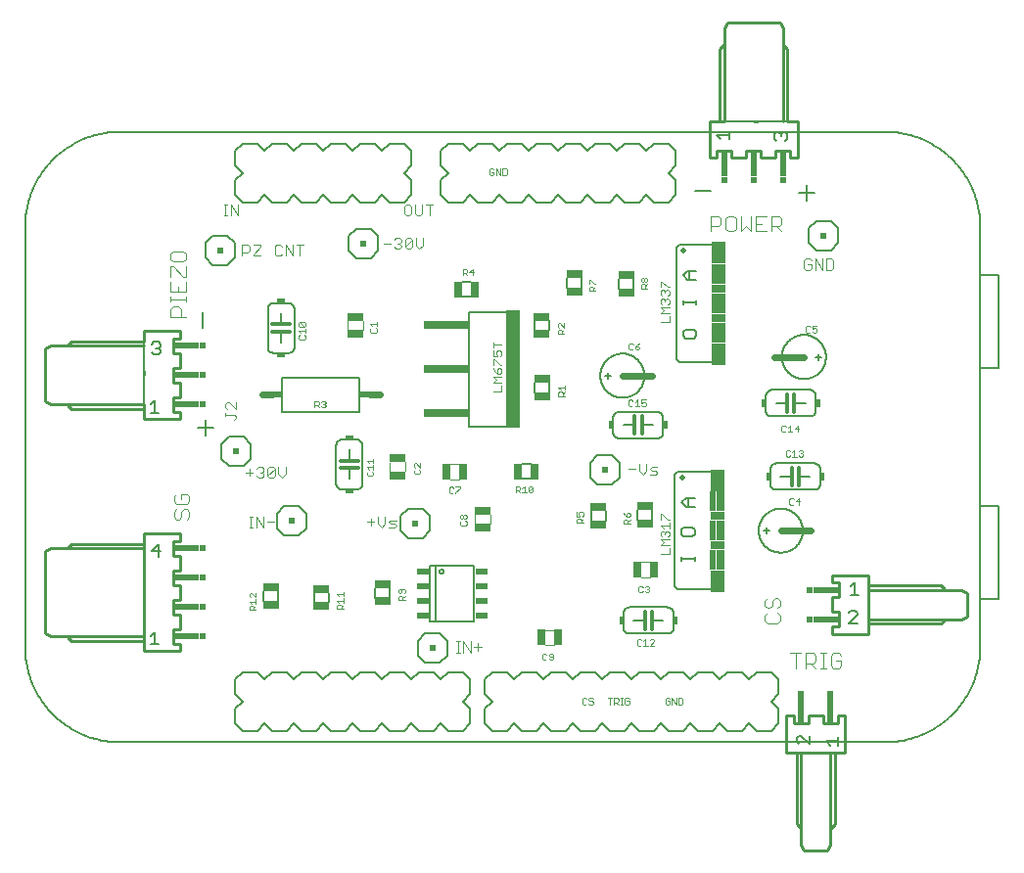
<source format=gto>
G75*
%MOIN*%
%OFA0B0*%
%FSLAX25Y25*%
%IPPOS*%
%LPD*%
%AMOC8*
5,1,8,0,0,1.08239X$1,22.5*
%
%ADD10C,0.00300*%
%ADD11C,0.00700*%
%ADD12C,0.00400*%
%ADD13C,0.00200*%
%ADD14C,0.00600*%
%ADD15R,0.05000X0.40000*%
%ADD16R,0.10000X0.03000*%
%ADD17R,0.05500X0.03000*%
%ADD18C,0.00800*%
%ADD19C,0.00500*%
%ADD20R,0.04331X0.01930*%
%ADD21R,0.05512X0.02559*%
%ADD22C,0.02400*%
%ADD23R,0.03750X0.02400*%
%ADD24C,0.01000*%
%ADD25R,0.02000X0.02000*%
%ADD26R,0.02000X0.08800*%
%ADD27R,0.05709X0.02953*%
%ADD28R,0.02559X0.05512*%
%ADD29R,0.08800X0.02000*%
%ADD30R,0.02953X0.05709*%
%ADD31C,0.02000*%
%ADD32R,0.05000X0.07500*%
%ADD33R,0.03000X0.07000*%
%ADD34R,0.05000X0.03000*%
%ADD35R,0.02000X0.07000*%
%ADD36C,0.01200*%
%ADD37R,0.03000X0.01500*%
%ADD38R,0.01500X0.03000*%
D10*
X0143060Y0111607D02*
X0144294Y0111607D01*
X0143677Y0111607D02*
X0143677Y0115310D01*
X0143060Y0115310D02*
X0144294Y0115310D01*
X0145516Y0115310D02*
X0147984Y0111607D01*
X0147984Y0115310D01*
X0149199Y0113458D02*
X0151667Y0113458D01*
X0145516Y0111607D02*
X0145516Y0115310D01*
X0146179Y0128536D02*
X0145562Y0129153D01*
X0146179Y0128536D02*
X0147414Y0128536D01*
X0148031Y0129153D01*
X0148031Y0129770D01*
X0147414Y0130387D01*
X0146797Y0130387D01*
X0147414Y0130387D02*
X0148031Y0131005D01*
X0148031Y0131622D01*
X0147414Y0132239D01*
X0146179Y0132239D01*
X0145562Y0131622D01*
X0144348Y0130387D02*
X0141879Y0130387D01*
X0143113Y0131622D02*
X0143113Y0129153D01*
X0149245Y0129153D02*
X0151714Y0131622D01*
X0151714Y0129153D01*
X0151097Y0128536D01*
X0149862Y0128536D01*
X0149245Y0129153D01*
X0149245Y0131622D01*
X0149862Y0132239D01*
X0151097Y0132239D01*
X0151714Y0131622D01*
X0152928Y0132239D02*
X0152928Y0129770D01*
X0154163Y0128536D01*
X0155397Y0129770D01*
X0155397Y0132239D01*
X0183218Y0113458D02*
X0185686Y0113458D01*
X0186901Y0112841D02*
X0188135Y0111607D01*
X0189370Y0112841D01*
X0189370Y0115310D01*
X0191201Y0114075D02*
X0193053Y0114075D01*
X0192435Y0112841D02*
X0191201Y0112841D01*
X0190584Y0113458D01*
X0191201Y0114075D01*
X0192435Y0112841D02*
X0193053Y0112224D01*
X0192435Y0111607D01*
X0190584Y0111607D01*
X0186901Y0112841D02*
X0186901Y0115310D01*
X0184452Y0114693D02*
X0184452Y0112224D01*
X0213533Y0072790D02*
X0214767Y0072790D01*
X0214150Y0072790D02*
X0214150Y0069087D01*
X0213533Y0069087D02*
X0214767Y0069087D01*
X0215988Y0069087D02*
X0215988Y0072790D01*
X0218457Y0069087D01*
X0218457Y0072790D01*
X0219671Y0070939D02*
X0222140Y0070939D01*
X0220905Y0072173D02*
X0220905Y0069704D01*
X0283165Y0102552D02*
X0286067Y0102552D01*
X0286067Y0104487D01*
X0286067Y0105498D02*
X0283165Y0105498D01*
X0284132Y0106466D01*
X0283165Y0107433D01*
X0286067Y0107433D01*
X0285583Y0108445D02*
X0286067Y0108928D01*
X0286067Y0109896D01*
X0285583Y0110380D01*
X0285100Y0110380D01*
X0284616Y0109896D01*
X0284616Y0109412D01*
X0284616Y0109896D02*
X0284132Y0110380D01*
X0283648Y0110380D01*
X0283165Y0109896D01*
X0283165Y0108928D01*
X0283648Y0108445D01*
X0284132Y0111391D02*
X0283165Y0112359D01*
X0286067Y0112359D01*
X0286067Y0113326D02*
X0286067Y0111391D01*
X0286067Y0114338D02*
X0285583Y0114338D01*
X0283648Y0116273D01*
X0283165Y0116273D01*
X0283165Y0114338D01*
X0281412Y0129717D02*
X0279560Y0129717D01*
X0280177Y0130951D02*
X0279560Y0131569D01*
X0280177Y0132186D01*
X0282029Y0132186D01*
X0281412Y0130951D02*
X0280177Y0130951D01*
X0281412Y0130951D02*
X0282029Y0130334D01*
X0281412Y0129717D01*
X0278346Y0130951D02*
X0278346Y0133420D01*
X0278346Y0130951D02*
X0277111Y0129717D01*
X0275877Y0130951D01*
X0275877Y0133420D01*
X0274663Y0131569D02*
X0272194Y0131569D01*
X0228981Y0158063D02*
X0228981Y0159998D01*
X0228981Y0161010D02*
X0226078Y0161010D01*
X0227046Y0161977D01*
X0226078Y0162945D01*
X0228981Y0162945D01*
X0228497Y0163956D02*
X0228981Y0164440D01*
X0228981Y0165408D01*
X0228497Y0165891D01*
X0228013Y0165891D01*
X0227529Y0165408D01*
X0227529Y0163956D01*
X0228497Y0163956D01*
X0227529Y0163956D02*
X0226562Y0164924D01*
X0226078Y0165891D01*
X0226078Y0166903D02*
X0226078Y0168838D01*
X0226562Y0168838D01*
X0228497Y0166903D01*
X0228981Y0166903D01*
X0228497Y0169849D02*
X0228981Y0170333D01*
X0228981Y0171301D01*
X0228497Y0171784D01*
X0227529Y0171784D01*
X0227046Y0171301D01*
X0227046Y0170817D01*
X0227529Y0169849D01*
X0226078Y0169849D01*
X0226078Y0171784D01*
X0226078Y0172796D02*
X0226078Y0174731D01*
X0226078Y0173763D02*
X0228981Y0173763D01*
X0228981Y0158063D02*
X0226078Y0158063D01*
X0283165Y0181685D02*
X0286067Y0181685D01*
X0286067Y0183620D01*
X0286067Y0184632D02*
X0283165Y0184632D01*
X0284132Y0185599D01*
X0283165Y0186567D01*
X0286067Y0186567D01*
X0285583Y0187578D02*
X0286067Y0188062D01*
X0286067Y0189030D01*
X0285583Y0189513D01*
X0285100Y0189513D01*
X0284616Y0189030D01*
X0284616Y0188546D01*
X0284616Y0189030D02*
X0284132Y0189513D01*
X0283648Y0189513D01*
X0283165Y0189030D01*
X0283165Y0188062D01*
X0283648Y0187578D01*
X0283648Y0190525D02*
X0283165Y0191009D01*
X0283165Y0191976D01*
X0283648Y0192460D01*
X0284132Y0192460D01*
X0284616Y0191976D01*
X0285100Y0192460D01*
X0285583Y0192460D01*
X0286067Y0191976D01*
X0286067Y0191009D01*
X0285583Y0190525D01*
X0284616Y0191492D02*
X0284616Y0191976D01*
X0285583Y0193472D02*
X0283648Y0195406D01*
X0283165Y0195406D01*
X0283165Y0193472D01*
X0285583Y0193472D02*
X0286067Y0193472D01*
X0332036Y0200019D02*
X0332654Y0199402D01*
X0333888Y0199402D01*
X0334505Y0200019D01*
X0334505Y0201254D01*
X0333271Y0201254D01*
X0334505Y0202488D02*
X0333888Y0203105D01*
X0332654Y0203105D01*
X0332036Y0202488D01*
X0332036Y0200019D01*
X0335720Y0199402D02*
X0335720Y0203105D01*
X0338188Y0199402D01*
X0338188Y0203105D01*
X0339403Y0203105D02*
X0341254Y0203105D01*
X0341872Y0202488D01*
X0341872Y0200019D01*
X0341254Y0199402D01*
X0339403Y0199402D01*
X0339403Y0203105D01*
X0205651Y0221609D02*
X0203182Y0221609D01*
X0201968Y0221609D02*
X0201968Y0218523D01*
X0201351Y0217906D01*
X0200116Y0217906D01*
X0199499Y0218523D01*
X0199499Y0221609D01*
X0198285Y0220992D02*
X0197668Y0221609D01*
X0196433Y0221609D01*
X0195816Y0220992D01*
X0195816Y0218523D01*
X0196433Y0217906D01*
X0197668Y0217906D01*
X0198285Y0218523D01*
X0198285Y0220992D01*
X0204417Y0221609D02*
X0204417Y0217906D01*
X0202248Y0210192D02*
X0202248Y0207723D01*
X0201013Y0206489D01*
X0199779Y0207723D01*
X0199779Y0210192D01*
X0198564Y0209575D02*
X0196096Y0207106D01*
X0196713Y0206489D01*
X0197947Y0206489D01*
X0198564Y0207106D01*
X0198564Y0209575D01*
X0197947Y0210192D01*
X0196713Y0210192D01*
X0196096Y0209575D01*
X0196096Y0207106D01*
X0194881Y0207106D02*
X0194264Y0206489D01*
X0193030Y0206489D01*
X0192413Y0207106D01*
X0191198Y0208340D02*
X0188729Y0208340D01*
X0192413Y0209575D02*
X0193030Y0210192D01*
X0194264Y0210192D01*
X0194881Y0209575D01*
X0194881Y0208957D01*
X0194264Y0208340D01*
X0194881Y0207723D01*
X0194881Y0207106D01*
X0194264Y0208340D02*
X0193647Y0208340D01*
X0161582Y0207830D02*
X0159114Y0207830D01*
X0157899Y0207830D02*
X0157899Y0204126D01*
X0155430Y0207830D01*
X0155430Y0204126D01*
X0154216Y0204744D02*
X0153599Y0204126D01*
X0152365Y0204126D01*
X0151747Y0204744D01*
X0151747Y0207212D01*
X0152365Y0207830D01*
X0153599Y0207830D01*
X0154216Y0207212D01*
X0160348Y0207830D02*
X0160348Y0204126D01*
X0146850Y0204126D02*
X0144381Y0204126D01*
X0144381Y0204744D01*
X0146850Y0207212D01*
X0146850Y0207830D01*
X0144381Y0207830D01*
X0143167Y0207212D02*
X0143167Y0205978D01*
X0142549Y0205361D01*
X0140698Y0205361D01*
X0140698Y0204126D02*
X0140698Y0207830D01*
X0142549Y0207830D01*
X0143167Y0207212D01*
X0139323Y0217906D02*
X0139323Y0221609D01*
X0136854Y0221609D02*
X0139323Y0217906D01*
X0136854Y0217906D02*
X0136854Y0221609D01*
X0135633Y0221609D02*
X0134399Y0221609D01*
X0135016Y0221609D02*
X0135016Y0217906D01*
X0134399Y0217906D02*
X0135633Y0217906D01*
D11*
X0127189Y0184794D02*
X0127189Y0179523D01*
X0112765Y0174067D02*
X0112765Y0173350D01*
X0112048Y0172633D01*
X0112765Y0171916D01*
X0112765Y0171198D01*
X0112048Y0170481D01*
X0110613Y0170481D01*
X0109896Y0171198D01*
X0111330Y0172633D02*
X0112048Y0172633D01*
X0112765Y0174067D02*
X0112048Y0174785D01*
X0110613Y0174785D01*
X0109896Y0174067D01*
X0110830Y0154985D02*
X0110830Y0150681D01*
X0109396Y0150681D02*
X0112265Y0150681D01*
X0109396Y0153550D02*
X0110830Y0154985D01*
X0125544Y0145681D02*
X0130815Y0145681D01*
X0128179Y0148317D02*
X0128179Y0143046D01*
X0112048Y0105887D02*
X0109896Y0103735D01*
X0112765Y0103735D01*
X0112048Y0101583D02*
X0112048Y0105887D01*
X0110830Y0076087D02*
X0110830Y0071783D01*
X0109396Y0071783D02*
X0112265Y0071783D01*
X0109396Y0074653D02*
X0110830Y0076087D01*
X0294835Y0226390D02*
X0300106Y0226390D01*
X0303526Y0243823D02*
X0302091Y0245257D01*
X0306395Y0245257D01*
X0306395Y0243823D02*
X0306395Y0246692D01*
X0321891Y0245475D02*
X0322609Y0246192D01*
X0323326Y0246192D01*
X0324043Y0245475D01*
X0324761Y0246192D01*
X0325478Y0246192D01*
X0326195Y0245475D01*
X0326195Y0244040D01*
X0325478Y0243323D01*
X0324043Y0244757D02*
X0324043Y0245475D01*
X0321891Y0245475D02*
X0321891Y0244040D01*
X0322609Y0243323D01*
X0332904Y0228238D02*
X0332904Y0222967D01*
X0330268Y0225603D02*
X0335539Y0225603D01*
X0349152Y0093023D02*
X0349152Y0088720D01*
X0350586Y0088720D02*
X0347717Y0088720D01*
X0347717Y0091589D02*
X0349152Y0093023D01*
X0349369Y0083223D02*
X0347934Y0083223D01*
X0347217Y0082506D01*
X0349369Y0083223D02*
X0350086Y0082506D01*
X0350086Y0081789D01*
X0347217Y0078920D01*
X0350086Y0078920D01*
X0333886Y0040721D02*
X0333886Y0037852D01*
X0331017Y0040721D01*
X0330299Y0040721D01*
X0329582Y0040004D01*
X0329582Y0038569D01*
X0330299Y0037852D01*
X0339382Y0038787D02*
X0343686Y0038787D01*
X0343686Y0040221D02*
X0343686Y0037352D01*
X0340817Y0037352D02*
X0339382Y0038787D01*
D12*
X0339410Y0063625D02*
X0337675Y0063625D01*
X0338542Y0063625D02*
X0338542Y0068830D01*
X0337675Y0068830D02*
X0339410Y0068830D01*
X0341112Y0067962D02*
X0341112Y0064493D01*
X0341980Y0063625D01*
X0343715Y0063625D01*
X0344582Y0064493D01*
X0344582Y0066227D01*
X0342847Y0066227D01*
X0341112Y0067962D02*
X0341980Y0068830D01*
X0343715Y0068830D01*
X0344582Y0067962D01*
X0335988Y0067962D02*
X0335988Y0066227D01*
X0335121Y0065360D01*
X0332518Y0065360D01*
X0332518Y0063625D02*
X0332518Y0068830D01*
X0335121Y0068830D01*
X0335988Y0067962D01*
X0334253Y0065360D02*
X0335988Y0063625D01*
X0329097Y0063625D02*
X0329097Y0068830D01*
X0327362Y0068830D02*
X0330832Y0068830D01*
X0322945Y0078980D02*
X0319475Y0078980D01*
X0318608Y0079847D01*
X0318608Y0081582D01*
X0319475Y0082449D01*
X0319475Y0084136D02*
X0320343Y0084136D01*
X0321210Y0085003D01*
X0321210Y0086738D01*
X0322078Y0087606D01*
X0322945Y0087606D01*
X0323812Y0086738D01*
X0323812Y0085003D01*
X0322945Y0084136D01*
X0322945Y0082449D02*
X0323812Y0081582D01*
X0323812Y0079847D01*
X0322945Y0078980D01*
X0319475Y0084136D02*
X0318608Y0085003D01*
X0318608Y0086738D01*
X0319475Y0087606D01*
X0279574Y0094563D02*
X0276574Y0094563D01*
X0276574Y0099759D02*
X0279476Y0099759D01*
X0246753Y0076732D02*
X0243851Y0076732D01*
X0243851Y0071535D02*
X0246851Y0071535D01*
X0225154Y0113087D02*
X0225154Y0115988D01*
X0219957Y0115988D02*
X0219957Y0112988D01*
X0214617Y0127933D02*
X0211617Y0127933D01*
X0211617Y0133130D02*
X0214518Y0133130D01*
X0196206Y0133789D02*
X0196206Y0130789D01*
X0191009Y0130789D02*
X0191009Y0133691D01*
X0138450Y0148832D02*
X0138450Y0149432D01*
X0137849Y0150033D01*
X0134847Y0150033D01*
X0134847Y0150633D02*
X0134847Y0149432D01*
X0135447Y0151914D02*
X0134847Y0152515D01*
X0134847Y0153716D01*
X0135447Y0154316D01*
X0136048Y0154316D01*
X0138450Y0151914D01*
X0138450Y0154316D01*
X0138450Y0148832D02*
X0137849Y0148231D01*
X0121764Y0123039D02*
X0120029Y0123039D01*
X0120029Y0121304D01*
X0118294Y0123039D02*
X0117427Y0122171D01*
X0117427Y0120436D01*
X0118294Y0119569D01*
X0121764Y0119569D01*
X0122631Y0120436D01*
X0122631Y0122171D01*
X0121764Y0123039D01*
X0121764Y0117882D02*
X0122631Y0117015D01*
X0122631Y0115280D01*
X0121764Y0114413D01*
X0120029Y0115280D02*
X0120029Y0117015D01*
X0120897Y0117882D01*
X0121764Y0117882D01*
X0120029Y0115280D02*
X0119162Y0114413D01*
X0118294Y0114413D01*
X0117427Y0115280D01*
X0117427Y0117015D01*
X0118294Y0117882D01*
X0176605Y0178961D02*
X0176605Y0181863D01*
X0181802Y0181961D02*
X0181802Y0178961D01*
X0121450Y0183310D02*
X0116246Y0183310D01*
X0116246Y0185912D01*
X0117113Y0186780D01*
X0118848Y0186780D01*
X0119715Y0185912D01*
X0119715Y0183310D01*
X0121450Y0188467D02*
X0121450Y0190201D01*
X0121450Y0189334D02*
X0116246Y0189334D01*
X0116246Y0188467D02*
X0116246Y0190201D01*
X0116246Y0191904D02*
X0121450Y0191904D01*
X0121450Y0195374D01*
X0121450Y0197061D02*
X0121450Y0200530D01*
X0120583Y0202217D02*
X0121450Y0203084D01*
X0121450Y0204819D01*
X0120583Y0205687D01*
X0117113Y0205687D01*
X0116246Y0204819D01*
X0116246Y0203084D01*
X0117113Y0202217D01*
X0120583Y0202217D01*
X0117113Y0200530D02*
X0120583Y0197061D01*
X0121450Y0197061D01*
X0118848Y0193639D02*
X0118848Y0191904D01*
X0116246Y0191904D02*
X0116246Y0195374D01*
X0116246Y0197061D02*
X0116246Y0200530D01*
X0117113Y0200530D01*
X0300197Y0212444D02*
X0300197Y0217649D01*
X0302799Y0217649D01*
X0303666Y0216781D01*
X0303666Y0215046D01*
X0302799Y0214179D01*
X0300197Y0214179D01*
X0305353Y0213311D02*
X0305353Y0216781D01*
X0306221Y0217649D01*
X0307955Y0217649D01*
X0308823Y0216781D01*
X0308823Y0213311D01*
X0307955Y0212444D01*
X0306221Y0212444D01*
X0305353Y0213311D01*
X0310510Y0212444D02*
X0310510Y0217649D01*
X0313979Y0217649D02*
X0313979Y0212444D01*
X0312244Y0214179D01*
X0310510Y0212444D01*
X0315666Y0212444D02*
X0319136Y0212444D01*
X0320822Y0212444D02*
X0320822Y0217649D01*
X0323425Y0217649D01*
X0324292Y0216781D01*
X0324292Y0215046D01*
X0323425Y0214179D01*
X0320822Y0214179D01*
X0322557Y0214179D02*
X0324292Y0212444D01*
X0319136Y0217649D02*
X0315666Y0217649D01*
X0315666Y0212444D01*
X0315666Y0215046D02*
X0317401Y0215046D01*
D13*
X0278672Y0196328D02*
X0278672Y0195594D01*
X0278305Y0195227D01*
X0277938Y0195227D01*
X0277571Y0195594D01*
X0277571Y0196328D01*
X0277938Y0196695D01*
X0278305Y0196695D01*
X0278672Y0196328D01*
X0277571Y0196328D02*
X0277204Y0196695D01*
X0276837Y0196695D01*
X0276470Y0196328D01*
X0276470Y0195594D01*
X0276837Y0195227D01*
X0277204Y0195227D01*
X0277571Y0195594D01*
X0277571Y0194485D02*
X0277938Y0194118D01*
X0277938Y0193017D01*
X0277938Y0193751D02*
X0278672Y0194485D01*
X0277571Y0194485D02*
X0276837Y0194485D01*
X0276470Y0194118D01*
X0276470Y0193017D01*
X0278672Y0193017D01*
X0260994Y0193727D02*
X0260260Y0192993D01*
X0260260Y0193360D02*
X0260260Y0192259D01*
X0260994Y0192259D02*
X0258792Y0192259D01*
X0258792Y0193360D01*
X0259159Y0193727D01*
X0259893Y0193727D01*
X0260260Y0193360D01*
X0260627Y0194469D02*
X0260994Y0194469D01*
X0260627Y0194469D02*
X0259159Y0195937D01*
X0258792Y0195937D01*
X0258792Y0194469D01*
X0250356Y0181155D02*
X0250356Y0179687D01*
X0248888Y0181155D01*
X0248521Y0181155D01*
X0248154Y0180788D01*
X0248154Y0180054D01*
X0248521Y0179687D01*
X0248521Y0178945D02*
X0249255Y0178945D01*
X0249622Y0178578D01*
X0249622Y0177477D01*
X0249622Y0178211D02*
X0250356Y0178945D01*
X0250356Y0177477D02*
X0248154Y0177477D01*
X0248154Y0178578D01*
X0248521Y0178945D01*
X0250514Y0159974D02*
X0250514Y0158506D01*
X0250514Y0159240D02*
X0248312Y0159240D01*
X0249046Y0158506D01*
X0249413Y0157764D02*
X0249780Y0157397D01*
X0249780Y0156296D01*
X0250514Y0156296D02*
X0248312Y0156296D01*
X0248312Y0157397D01*
X0248679Y0157764D01*
X0249413Y0157764D01*
X0249780Y0157030D02*
X0250514Y0157764D01*
X0272219Y0154726D02*
X0272219Y0153258D01*
X0272586Y0152891D01*
X0273320Y0152891D01*
X0273687Y0153258D01*
X0274429Y0152891D02*
X0275897Y0152891D01*
X0275163Y0152891D02*
X0275163Y0155093D01*
X0274429Y0154359D01*
X0273687Y0154726D02*
X0273320Y0155093D01*
X0272586Y0155093D01*
X0272219Y0154726D01*
X0276639Y0155093D02*
X0276639Y0153992D01*
X0277372Y0154359D01*
X0277739Y0154359D01*
X0278106Y0153992D01*
X0278106Y0153258D01*
X0277739Y0152891D01*
X0277005Y0152891D01*
X0276639Y0153258D01*
X0276639Y0155093D02*
X0278106Y0155093D01*
X0275628Y0172112D02*
X0275995Y0172479D01*
X0275995Y0172846D01*
X0275628Y0173213D01*
X0274527Y0173213D01*
X0274527Y0172479D01*
X0274894Y0172112D01*
X0275628Y0172112D01*
X0274527Y0173213D02*
X0275261Y0173947D01*
X0275995Y0174314D01*
X0273785Y0173947D02*
X0273418Y0174314D01*
X0272684Y0174314D01*
X0272317Y0173947D01*
X0272317Y0172479D01*
X0272684Y0172112D01*
X0273418Y0172112D01*
X0273785Y0172479D01*
X0324321Y0146051D02*
X0324321Y0144583D01*
X0324688Y0144216D01*
X0325422Y0144216D01*
X0325789Y0144583D01*
X0326531Y0144216D02*
X0327999Y0144216D01*
X0327265Y0144216D02*
X0327265Y0146418D01*
X0326531Y0145684D01*
X0325789Y0146051D02*
X0325422Y0146418D01*
X0324688Y0146418D01*
X0324321Y0146051D01*
X0328741Y0145317D02*
X0329842Y0146418D01*
X0329842Y0144216D01*
X0330209Y0145317D02*
X0328741Y0145317D01*
X0328681Y0137924D02*
X0328681Y0135722D01*
X0327947Y0135722D02*
X0329415Y0135722D01*
X0330157Y0136089D02*
X0330524Y0135722D01*
X0331258Y0135722D01*
X0331625Y0136089D01*
X0331625Y0136456D01*
X0331258Y0136823D01*
X0330891Y0136823D01*
X0331258Y0136823D02*
X0331625Y0137190D01*
X0331625Y0137557D01*
X0331258Y0137924D01*
X0330524Y0137924D01*
X0330157Y0137557D01*
X0328681Y0137924D02*
X0327947Y0137190D01*
X0327205Y0137557D02*
X0326838Y0137924D01*
X0326104Y0137924D01*
X0325737Y0137557D01*
X0325737Y0136089D01*
X0326104Y0135722D01*
X0326838Y0135722D01*
X0327205Y0136089D01*
X0327392Y0121538D02*
X0327025Y0121171D01*
X0327025Y0119703D01*
X0327392Y0119336D01*
X0328126Y0119336D01*
X0328493Y0119703D01*
X0329235Y0120437D02*
X0330702Y0120437D01*
X0330335Y0121538D02*
X0329235Y0120437D01*
X0328493Y0121171D02*
X0328126Y0121538D01*
X0327392Y0121538D01*
X0330335Y0121538D02*
X0330335Y0119336D01*
X0279283Y0091302D02*
X0279283Y0090935D01*
X0278916Y0090568D01*
X0279283Y0090201D01*
X0279283Y0089834D01*
X0278916Y0089467D01*
X0278182Y0089467D01*
X0277815Y0089834D01*
X0277073Y0089834D02*
X0276706Y0089467D01*
X0275972Y0089467D01*
X0275605Y0089834D01*
X0275605Y0091302D01*
X0275972Y0091669D01*
X0276706Y0091669D01*
X0277073Y0091302D01*
X0277815Y0091302D02*
X0278182Y0091669D01*
X0278916Y0091669D01*
X0279283Y0091302D01*
X0278916Y0090568D02*
X0278549Y0090568D01*
X0278028Y0073539D02*
X0278028Y0071337D01*
X0277294Y0071337D02*
X0278762Y0071337D01*
X0279504Y0071337D02*
X0280972Y0072805D01*
X0280972Y0073172D01*
X0280605Y0073539D01*
X0279871Y0073539D01*
X0279504Y0073172D01*
X0278028Y0073539D02*
X0277294Y0072805D01*
X0276552Y0073172D02*
X0276185Y0073539D01*
X0275451Y0073539D01*
X0275084Y0073172D01*
X0275084Y0071704D01*
X0275451Y0071337D01*
X0276185Y0071337D01*
X0276552Y0071704D01*
X0279504Y0071337D02*
X0280972Y0071337D01*
X0285109Y0053522D02*
X0284742Y0053155D01*
X0284742Y0051687D01*
X0285109Y0051320D01*
X0285843Y0051320D01*
X0286210Y0051687D01*
X0286210Y0052421D01*
X0285476Y0052421D01*
X0286210Y0053155D02*
X0285843Y0053522D01*
X0285109Y0053522D01*
X0286952Y0053522D02*
X0288420Y0051320D01*
X0288420Y0053522D01*
X0289162Y0053522D02*
X0290263Y0053522D01*
X0290630Y0053155D01*
X0290630Y0051687D01*
X0290263Y0051320D01*
X0289162Y0051320D01*
X0289162Y0053522D01*
X0286952Y0053522D02*
X0286952Y0051320D01*
X0272418Y0051687D02*
X0272418Y0052421D01*
X0271684Y0052421D01*
X0270950Y0053155D02*
X0270950Y0051687D01*
X0271317Y0051320D01*
X0272051Y0051320D01*
X0272418Y0051687D01*
X0272418Y0053155D02*
X0272051Y0053522D01*
X0271317Y0053522D01*
X0270950Y0053155D01*
X0270211Y0053522D02*
X0269477Y0053522D01*
X0269844Y0053522D02*
X0269844Y0051320D01*
X0269477Y0051320D02*
X0270211Y0051320D01*
X0268735Y0051320D02*
X0268001Y0052054D01*
X0268368Y0052054D02*
X0267267Y0052054D01*
X0267267Y0051320D02*
X0267267Y0053522D01*
X0268368Y0053522D01*
X0268735Y0053155D01*
X0268735Y0052421D01*
X0268368Y0052054D01*
X0266525Y0053522D02*
X0265057Y0053522D01*
X0265791Y0053522D02*
X0265791Y0051320D01*
X0260074Y0051687D02*
X0259707Y0051320D01*
X0258973Y0051320D01*
X0258606Y0051687D01*
X0257864Y0051687D02*
X0257497Y0051320D01*
X0256763Y0051320D01*
X0256396Y0051687D01*
X0256396Y0053155D01*
X0256763Y0053522D01*
X0257497Y0053522D01*
X0257864Y0053155D01*
X0258606Y0053155D02*
X0258606Y0052788D01*
X0258973Y0052421D01*
X0259707Y0052421D01*
X0260074Y0052054D01*
X0260074Y0051687D01*
X0260074Y0053155D02*
X0259707Y0053522D01*
X0258973Y0053522D01*
X0258606Y0053155D01*
X0246192Y0066440D02*
X0246559Y0066807D01*
X0246559Y0068275D01*
X0246192Y0068642D01*
X0245459Y0068642D01*
X0245092Y0068275D01*
X0245092Y0067908D01*
X0245459Y0067541D01*
X0246559Y0067541D01*
X0246192Y0066440D02*
X0245459Y0066440D01*
X0245092Y0066807D01*
X0244350Y0066807D02*
X0243983Y0066440D01*
X0243249Y0066440D01*
X0242882Y0066807D01*
X0242882Y0068275D01*
X0243249Y0068642D01*
X0243983Y0068642D01*
X0244350Y0068275D01*
X0196107Y0086950D02*
X0193905Y0086950D01*
X0193905Y0088051D01*
X0194272Y0088418D01*
X0195006Y0088418D01*
X0195373Y0088051D01*
X0195373Y0086950D01*
X0195373Y0087684D02*
X0196107Y0088418D01*
X0195740Y0089160D02*
X0196107Y0089527D01*
X0196107Y0090261D01*
X0195740Y0090628D01*
X0194272Y0090628D01*
X0193905Y0090261D01*
X0193905Y0089527D01*
X0194272Y0089160D01*
X0194639Y0089160D01*
X0195006Y0089527D01*
X0195006Y0090628D01*
X0175151Y0089653D02*
X0175151Y0088185D01*
X0175151Y0088919D02*
X0172949Y0088919D01*
X0173683Y0088185D01*
X0175151Y0087443D02*
X0175151Y0085975D01*
X0175151Y0086709D02*
X0172949Y0086709D01*
X0173683Y0085975D01*
X0173316Y0085234D02*
X0174050Y0085234D01*
X0174417Y0084867D01*
X0174417Y0083766D01*
X0174417Y0084500D02*
X0175151Y0085234D01*
X0175151Y0083766D02*
X0172949Y0083766D01*
X0172949Y0084867D01*
X0173316Y0085234D01*
X0145348Y0084919D02*
X0144614Y0084185D01*
X0144614Y0084552D02*
X0144614Y0083451D01*
X0145348Y0083451D02*
X0143146Y0083451D01*
X0143146Y0084552D01*
X0143513Y0084919D01*
X0144247Y0084919D01*
X0144614Y0084552D01*
X0145348Y0085661D02*
X0145348Y0087128D01*
X0145348Y0086394D02*
X0143146Y0086394D01*
X0143880Y0085661D01*
X0143513Y0087870D02*
X0143146Y0088237D01*
X0143146Y0088971D01*
X0143513Y0089338D01*
X0143880Y0089338D01*
X0145348Y0087870D01*
X0145348Y0089338D01*
X0183521Y0129175D02*
X0184989Y0129175D01*
X0185356Y0129542D01*
X0185356Y0130276D01*
X0184989Y0130643D01*
X0185356Y0131385D02*
X0185356Y0132853D01*
X0185356Y0132119D02*
X0183154Y0132119D01*
X0183888Y0131385D01*
X0183521Y0130643D02*
X0183154Y0130276D01*
X0183154Y0129542D01*
X0183521Y0129175D01*
X0183888Y0133595D02*
X0183154Y0134329D01*
X0185356Y0134329D01*
X0185356Y0133595D02*
X0185356Y0135063D01*
X0199099Y0133130D02*
X0199099Y0132396D01*
X0199466Y0132029D01*
X0199466Y0131288D02*
X0199099Y0130921D01*
X0199099Y0130187D01*
X0199466Y0129820D01*
X0200934Y0129820D01*
X0201301Y0130187D01*
X0201301Y0130921D01*
X0200934Y0131288D01*
X0201301Y0132029D02*
X0199833Y0133497D01*
X0199466Y0133497D01*
X0199099Y0133130D01*
X0201301Y0133497D02*
X0201301Y0132029D01*
X0211041Y0125066D02*
X0211041Y0123598D01*
X0211408Y0123231D01*
X0212142Y0123231D01*
X0212509Y0123598D01*
X0213251Y0123598D02*
X0213251Y0123231D01*
X0213251Y0123598D02*
X0214719Y0125066D01*
X0214719Y0125433D01*
X0213251Y0125433D01*
X0212509Y0125066D02*
X0212142Y0125433D01*
X0211408Y0125433D01*
X0211041Y0125066D01*
X0215227Y0116022D02*
X0215594Y0116022D01*
X0215961Y0115655D01*
X0215961Y0114921D01*
X0215594Y0114554D01*
X0215227Y0114554D01*
X0214860Y0114921D01*
X0214860Y0115655D01*
X0215227Y0116022D01*
X0215961Y0115655D02*
X0216328Y0116022D01*
X0216695Y0116022D01*
X0217062Y0115655D01*
X0217062Y0114921D01*
X0216695Y0114554D01*
X0216328Y0114554D01*
X0215961Y0114921D01*
X0215227Y0113812D02*
X0214860Y0113445D01*
X0214860Y0112711D01*
X0215227Y0112344D01*
X0216695Y0112344D01*
X0217062Y0112711D01*
X0217062Y0113445D01*
X0216695Y0113812D01*
X0233812Y0123487D02*
X0233812Y0125689D01*
X0234912Y0125689D01*
X0235279Y0125322D01*
X0235279Y0124588D01*
X0234912Y0124221D01*
X0233812Y0124221D01*
X0234545Y0124221D02*
X0235279Y0123487D01*
X0236021Y0123487D02*
X0237489Y0123487D01*
X0236755Y0123487D02*
X0236755Y0125689D01*
X0236021Y0124955D01*
X0238231Y0125322D02*
X0238598Y0125689D01*
X0239332Y0125689D01*
X0239699Y0125322D01*
X0238231Y0123854D01*
X0238598Y0123487D01*
X0239332Y0123487D01*
X0239699Y0123854D01*
X0239699Y0125322D01*
X0238231Y0125322D02*
X0238231Y0123854D01*
X0254591Y0116864D02*
X0254591Y0115396D01*
X0255692Y0115396D01*
X0255325Y0116130D01*
X0255325Y0116497D01*
X0255692Y0116864D01*
X0256426Y0116864D01*
X0256793Y0116497D01*
X0256793Y0115763D01*
X0256426Y0115396D01*
X0256793Y0114654D02*
X0256059Y0113920D01*
X0256059Y0114287D02*
X0256059Y0113186D01*
X0256793Y0113186D02*
X0254591Y0113186D01*
X0254591Y0114287D01*
X0254958Y0114654D01*
X0255692Y0114654D01*
X0256059Y0114287D01*
X0270515Y0114001D02*
X0270882Y0114368D01*
X0271616Y0114368D01*
X0271983Y0114001D01*
X0271983Y0112900D01*
X0272717Y0112900D02*
X0270515Y0112900D01*
X0270515Y0114001D01*
X0271983Y0113634D02*
X0272717Y0114368D01*
X0272350Y0115110D02*
X0272717Y0115477D01*
X0272717Y0116211D01*
X0272350Y0116578D01*
X0271983Y0116578D01*
X0271616Y0116211D01*
X0271616Y0115110D01*
X0272350Y0115110D01*
X0271616Y0115110D02*
X0270882Y0115844D01*
X0270515Y0116578D01*
X0332622Y0178386D02*
X0332989Y0178019D01*
X0333723Y0178019D01*
X0334090Y0178386D01*
X0334832Y0178386D02*
X0335199Y0178019D01*
X0335933Y0178019D01*
X0336300Y0178386D01*
X0336300Y0179120D01*
X0335933Y0179487D01*
X0335566Y0179487D01*
X0334832Y0179120D01*
X0334832Y0180221D01*
X0336300Y0180221D01*
X0334090Y0179854D02*
X0333723Y0180221D01*
X0332989Y0180221D01*
X0332622Y0179854D01*
X0332622Y0178386D01*
X0230788Y0232002D02*
X0230788Y0233470D01*
X0230421Y0233837D01*
X0229320Y0233837D01*
X0229320Y0231635D01*
X0230421Y0231635D01*
X0230788Y0232002D01*
X0228578Y0231635D02*
X0228578Y0233837D01*
X0227110Y0233837D02*
X0227110Y0231635D01*
X0226368Y0232002D02*
X0226368Y0232736D01*
X0225634Y0232736D01*
X0226368Y0232002D02*
X0226001Y0231635D01*
X0225267Y0231635D01*
X0224900Y0232002D01*
X0224900Y0233470D01*
X0225267Y0233837D01*
X0226001Y0233837D01*
X0226368Y0233470D01*
X0227110Y0233837D02*
X0228578Y0231635D01*
X0219097Y0199625D02*
X0217996Y0198524D01*
X0219463Y0198524D01*
X0219097Y0197423D02*
X0219097Y0199625D01*
X0217254Y0199258D02*
X0217254Y0198524D01*
X0216887Y0198157D01*
X0215786Y0198157D01*
X0216520Y0198157D02*
X0217254Y0197423D01*
X0215786Y0197423D02*
X0215786Y0199625D01*
X0216887Y0199625D01*
X0217254Y0199258D01*
X0186504Y0181669D02*
X0186504Y0180202D01*
X0186504Y0180935D02*
X0184302Y0180935D01*
X0185036Y0180202D01*
X0184669Y0179460D02*
X0184302Y0179093D01*
X0184302Y0178359D01*
X0184669Y0177992D01*
X0186137Y0177992D01*
X0186504Y0178359D01*
X0186504Y0179093D01*
X0186137Y0179460D01*
X0162127Y0179310D02*
X0162127Y0177842D01*
X0162127Y0178576D02*
X0159926Y0178576D01*
X0160660Y0177842D01*
X0160293Y0177100D02*
X0159926Y0176733D01*
X0159926Y0175999D01*
X0160293Y0175632D01*
X0161760Y0175632D01*
X0162127Y0175999D01*
X0162127Y0176733D01*
X0161760Y0177100D01*
X0161760Y0180052D02*
X0160293Y0181519D01*
X0161760Y0181519D01*
X0162127Y0181152D01*
X0162127Y0180418D01*
X0161760Y0180052D01*
X0160293Y0180052D01*
X0159926Y0180418D01*
X0159926Y0181152D01*
X0160293Y0181519D01*
X0165370Y0154691D02*
X0166471Y0154691D01*
X0166838Y0154324D01*
X0166838Y0153590D01*
X0166471Y0153223D01*
X0165370Y0153223D01*
X0165370Y0152489D02*
X0165370Y0154691D01*
X0166104Y0153223D02*
X0166838Y0152489D01*
X0167580Y0152856D02*
X0167947Y0152489D01*
X0168681Y0152489D01*
X0169048Y0152856D01*
X0169048Y0153223D01*
X0168681Y0153590D01*
X0168314Y0153590D01*
X0168681Y0153590D02*
X0169048Y0153957D01*
X0169048Y0154324D01*
X0168681Y0154691D01*
X0167947Y0154691D01*
X0167580Y0154324D01*
D14*
X0180664Y0151069D02*
X0154286Y0151069D01*
X0154286Y0162486D01*
X0180664Y0162486D01*
X0180664Y0151069D01*
X0179662Y0141610D02*
X0174662Y0141610D01*
X0174575Y0141608D01*
X0174488Y0141602D01*
X0174401Y0141593D01*
X0174315Y0141580D01*
X0174229Y0141563D01*
X0174144Y0141542D01*
X0174061Y0141517D01*
X0173978Y0141489D01*
X0173897Y0141458D01*
X0173817Y0141423D01*
X0173739Y0141384D01*
X0173662Y0141342D01*
X0173587Y0141297D01*
X0173515Y0141248D01*
X0173444Y0141197D01*
X0173376Y0141142D01*
X0173311Y0141085D01*
X0173248Y0141024D01*
X0173187Y0140961D01*
X0173130Y0140896D01*
X0173075Y0140828D01*
X0173024Y0140757D01*
X0172975Y0140685D01*
X0172930Y0140610D01*
X0172888Y0140533D01*
X0172849Y0140455D01*
X0172814Y0140375D01*
X0172783Y0140294D01*
X0172755Y0140211D01*
X0172730Y0140128D01*
X0172709Y0140043D01*
X0172692Y0139957D01*
X0172679Y0139871D01*
X0172670Y0139784D01*
X0172664Y0139697D01*
X0172662Y0139610D01*
X0172662Y0126610D01*
X0172664Y0126523D01*
X0172670Y0126436D01*
X0172679Y0126349D01*
X0172692Y0126263D01*
X0172709Y0126177D01*
X0172730Y0126092D01*
X0172755Y0126009D01*
X0172783Y0125926D01*
X0172814Y0125845D01*
X0172849Y0125765D01*
X0172888Y0125687D01*
X0172930Y0125610D01*
X0172975Y0125535D01*
X0173024Y0125463D01*
X0173075Y0125392D01*
X0173130Y0125324D01*
X0173187Y0125259D01*
X0173248Y0125196D01*
X0173311Y0125135D01*
X0173376Y0125078D01*
X0173444Y0125023D01*
X0173515Y0124972D01*
X0173587Y0124923D01*
X0173662Y0124878D01*
X0173739Y0124836D01*
X0173817Y0124797D01*
X0173897Y0124762D01*
X0173978Y0124731D01*
X0174061Y0124703D01*
X0174144Y0124678D01*
X0174229Y0124657D01*
X0174315Y0124640D01*
X0174401Y0124627D01*
X0174488Y0124618D01*
X0174575Y0124612D01*
X0174662Y0124610D01*
X0179662Y0124610D01*
X0179749Y0124612D01*
X0179836Y0124618D01*
X0179923Y0124627D01*
X0180009Y0124640D01*
X0180095Y0124657D01*
X0180180Y0124678D01*
X0180263Y0124703D01*
X0180346Y0124731D01*
X0180427Y0124762D01*
X0180507Y0124797D01*
X0180585Y0124836D01*
X0180662Y0124878D01*
X0180737Y0124923D01*
X0180809Y0124972D01*
X0180880Y0125023D01*
X0180948Y0125078D01*
X0181013Y0125135D01*
X0181076Y0125196D01*
X0181137Y0125259D01*
X0181194Y0125324D01*
X0181249Y0125392D01*
X0181300Y0125463D01*
X0181349Y0125535D01*
X0181394Y0125610D01*
X0181436Y0125687D01*
X0181475Y0125765D01*
X0181510Y0125845D01*
X0181541Y0125926D01*
X0181569Y0126009D01*
X0181594Y0126092D01*
X0181615Y0126177D01*
X0181632Y0126263D01*
X0181645Y0126349D01*
X0181654Y0126436D01*
X0181660Y0126523D01*
X0181662Y0126610D01*
X0181662Y0139610D01*
X0181660Y0139697D01*
X0181654Y0139784D01*
X0181645Y0139871D01*
X0181632Y0139957D01*
X0181615Y0140043D01*
X0181594Y0140128D01*
X0181569Y0140211D01*
X0181541Y0140294D01*
X0181510Y0140375D01*
X0181475Y0140455D01*
X0181436Y0140533D01*
X0181394Y0140610D01*
X0181349Y0140685D01*
X0181300Y0140757D01*
X0181249Y0140828D01*
X0181194Y0140896D01*
X0181137Y0140961D01*
X0181076Y0141024D01*
X0181013Y0141085D01*
X0180948Y0141142D01*
X0180880Y0141197D01*
X0180809Y0141248D01*
X0180737Y0141297D01*
X0180662Y0141342D01*
X0180585Y0141384D01*
X0180507Y0141423D01*
X0180427Y0141458D01*
X0180346Y0141489D01*
X0180263Y0141517D01*
X0180180Y0141542D01*
X0180095Y0141563D01*
X0180009Y0141580D01*
X0179923Y0141593D01*
X0179836Y0141602D01*
X0179749Y0141608D01*
X0179662Y0141610D01*
X0177162Y0138110D02*
X0177162Y0134310D01*
X0177162Y0131810D02*
X0177162Y0128110D01*
X0162477Y0116319D02*
X0162477Y0111319D01*
X0159977Y0108819D01*
X0154977Y0108819D01*
X0152477Y0111319D01*
X0152477Y0116319D01*
X0154977Y0118819D01*
X0159977Y0118819D01*
X0162477Y0116319D01*
X0143579Y0134941D02*
X0141079Y0132441D01*
X0136079Y0132441D01*
X0133579Y0134941D01*
X0133579Y0139941D01*
X0136079Y0142441D01*
X0141079Y0142441D01*
X0143579Y0139941D01*
X0143579Y0134941D01*
X0151434Y0171067D02*
X0156434Y0171067D01*
X0156521Y0171069D01*
X0156608Y0171075D01*
X0156695Y0171084D01*
X0156781Y0171097D01*
X0156867Y0171114D01*
X0156952Y0171135D01*
X0157035Y0171160D01*
X0157118Y0171188D01*
X0157199Y0171219D01*
X0157279Y0171254D01*
X0157357Y0171293D01*
X0157434Y0171335D01*
X0157509Y0171380D01*
X0157581Y0171429D01*
X0157652Y0171480D01*
X0157720Y0171535D01*
X0157785Y0171592D01*
X0157848Y0171653D01*
X0157909Y0171716D01*
X0157966Y0171781D01*
X0158021Y0171849D01*
X0158072Y0171920D01*
X0158121Y0171992D01*
X0158166Y0172067D01*
X0158208Y0172144D01*
X0158247Y0172222D01*
X0158282Y0172302D01*
X0158313Y0172383D01*
X0158341Y0172466D01*
X0158366Y0172549D01*
X0158387Y0172634D01*
X0158404Y0172720D01*
X0158417Y0172806D01*
X0158426Y0172893D01*
X0158432Y0172980D01*
X0158434Y0173067D01*
X0158434Y0186067D01*
X0158432Y0186154D01*
X0158426Y0186241D01*
X0158417Y0186328D01*
X0158404Y0186414D01*
X0158387Y0186500D01*
X0158366Y0186585D01*
X0158341Y0186668D01*
X0158313Y0186751D01*
X0158282Y0186832D01*
X0158247Y0186912D01*
X0158208Y0186990D01*
X0158166Y0187067D01*
X0158121Y0187142D01*
X0158072Y0187214D01*
X0158021Y0187285D01*
X0157966Y0187353D01*
X0157909Y0187418D01*
X0157848Y0187481D01*
X0157785Y0187542D01*
X0157720Y0187599D01*
X0157652Y0187654D01*
X0157581Y0187705D01*
X0157509Y0187754D01*
X0157434Y0187799D01*
X0157357Y0187841D01*
X0157279Y0187880D01*
X0157199Y0187915D01*
X0157118Y0187946D01*
X0157035Y0187974D01*
X0156952Y0187999D01*
X0156867Y0188020D01*
X0156781Y0188037D01*
X0156695Y0188050D01*
X0156608Y0188059D01*
X0156521Y0188065D01*
X0156434Y0188067D01*
X0151434Y0188067D01*
X0151347Y0188065D01*
X0151260Y0188059D01*
X0151173Y0188050D01*
X0151087Y0188037D01*
X0151001Y0188020D01*
X0150916Y0187999D01*
X0150833Y0187974D01*
X0150750Y0187946D01*
X0150669Y0187915D01*
X0150589Y0187880D01*
X0150511Y0187841D01*
X0150434Y0187799D01*
X0150359Y0187754D01*
X0150287Y0187705D01*
X0150216Y0187654D01*
X0150148Y0187599D01*
X0150083Y0187542D01*
X0150020Y0187481D01*
X0149959Y0187418D01*
X0149902Y0187353D01*
X0149847Y0187285D01*
X0149796Y0187214D01*
X0149747Y0187142D01*
X0149702Y0187067D01*
X0149660Y0186990D01*
X0149621Y0186912D01*
X0149586Y0186832D01*
X0149555Y0186751D01*
X0149527Y0186668D01*
X0149502Y0186585D01*
X0149481Y0186500D01*
X0149464Y0186414D01*
X0149451Y0186328D01*
X0149442Y0186241D01*
X0149436Y0186154D01*
X0149434Y0186067D01*
X0149434Y0173067D01*
X0149436Y0172980D01*
X0149442Y0172893D01*
X0149451Y0172806D01*
X0149464Y0172720D01*
X0149481Y0172634D01*
X0149502Y0172549D01*
X0149527Y0172466D01*
X0149555Y0172383D01*
X0149586Y0172302D01*
X0149621Y0172222D01*
X0149660Y0172144D01*
X0149702Y0172067D01*
X0149747Y0171992D01*
X0149796Y0171920D01*
X0149847Y0171849D01*
X0149902Y0171781D01*
X0149959Y0171716D01*
X0150020Y0171653D01*
X0150083Y0171592D01*
X0150148Y0171535D01*
X0150216Y0171480D01*
X0150287Y0171429D01*
X0150359Y0171380D01*
X0150434Y0171335D01*
X0150511Y0171293D01*
X0150589Y0171254D01*
X0150669Y0171219D01*
X0150750Y0171188D01*
X0150833Y0171160D01*
X0150916Y0171135D01*
X0151001Y0171114D01*
X0151087Y0171097D01*
X0151173Y0171084D01*
X0151260Y0171075D01*
X0151347Y0171069D01*
X0151434Y0171067D01*
X0153934Y0174567D02*
X0153934Y0178267D01*
X0153934Y0180767D02*
X0153934Y0184567D01*
X0135568Y0200945D02*
X0130568Y0200945D01*
X0128068Y0203445D01*
X0128068Y0208445D01*
X0130568Y0210945D01*
X0135568Y0210945D01*
X0138068Y0208445D01*
X0138068Y0203445D01*
X0135568Y0200945D01*
X0176886Y0205807D02*
X0179386Y0203307D01*
X0184386Y0203307D01*
X0186886Y0205807D01*
X0186886Y0210807D01*
X0184386Y0213307D01*
X0179386Y0213307D01*
X0176886Y0210807D01*
X0176886Y0205807D01*
X0215390Y0195217D02*
X0218619Y0195217D01*
X0218619Y0190217D02*
X0215390Y0190217D01*
X0218036Y0185057D02*
X0218036Y0178057D01*
X0218036Y0168057D01*
X0218036Y0163057D01*
X0218036Y0153057D01*
X0218036Y0146057D01*
X0230536Y0146057D01*
X0235833Y0133150D02*
X0239062Y0133150D01*
X0239062Y0128150D02*
X0235833Y0128150D01*
X0259170Y0128642D02*
X0261670Y0126142D01*
X0266670Y0126142D01*
X0269170Y0128642D01*
X0269170Y0133642D01*
X0266670Y0136142D01*
X0261670Y0136142D01*
X0259170Y0133642D01*
X0259170Y0128642D01*
X0259393Y0117200D02*
X0259393Y0113972D01*
X0264393Y0113972D02*
X0264393Y0117200D01*
X0275259Y0117515D02*
X0275259Y0114287D01*
X0280259Y0114287D02*
X0280259Y0117515D01*
X0288003Y0129476D02*
X0289003Y0130476D01*
X0300503Y0130476D01*
X0288003Y0129476D02*
X0288003Y0091476D01*
X0289003Y0090476D01*
X0300503Y0090476D01*
X0287519Y0082425D02*
X0287519Y0077425D01*
X0287517Y0077338D01*
X0287511Y0077251D01*
X0287502Y0077164D01*
X0287489Y0077078D01*
X0287472Y0076992D01*
X0287451Y0076907D01*
X0287426Y0076824D01*
X0287398Y0076741D01*
X0287367Y0076660D01*
X0287332Y0076580D01*
X0287293Y0076502D01*
X0287251Y0076425D01*
X0287206Y0076350D01*
X0287157Y0076278D01*
X0287106Y0076207D01*
X0287051Y0076139D01*
X0286994Y0076074D01*
X0286933Y0076011D01*
X0286870Y0075950D01*
X0286805Y0075893D01*
X0286737Y0075838D01*
X0286666Y0075787D01*
X0286594Y0075738D01*
X0286519Y0075693D01*
X0286442Y0075651D01*
X0286364Y0075612D01*
X0286284Y0075577D01*
X0286203Y0075546D01*
X0286120Y0075518D01*
X0286037Y0075493D01*
X0285952Y0075472D01*
X0285866Y0075455D01*
X0285780Y0075442D01*
X0285693Y0075433D01*
X0285606Y0075427D01*
X0285519Y0075425D01*
X0272519Y0075425D01*
X0272432Y0075427D01*
X0272345Y0075433D01*
X0272258Y0075442D01*
X0272172Y0075455D01*
X0272086Y0075472D01*
X0272001Y0075493D01*
X0271918Y0075518D01*
X0271835Y0075546D01*
X0271754Y0075577D01*
X0271674Y0075612D01*
X0271596Y0075651D01*
X0271519Y0075693D01*
X0271444Y0075738D01*
X0271372Y0075787D01*
X0271301Y0075838D01*
X0271233Y0075893D01*
X0271168Y0075950D01*
X0271105Y0076011D01*
X0271044Y0076074D01*
X0270987Y0076139D01*
X0270932Y0076207D01*
X0270881Y0076278D01*
X0270832Y0076350D01*
X0270787Y0076425D01*
X0270745Y0076502D01*
X0270706Y0076580D01*
X0270671Y0076660D01*
X0270640Y0076741D01*
X0270612Y0076824D01*
X0270587Y0076907D01*
X0270566Y0076992D01*
X0270549Y0077078D01*
X0270536Y0077164D01*
X0270527Y0077251D01*
X0270521Y0077338D01*
X0270519Y0077425D01*
X0270519Y0082425D01*
X0270521Y0082512D01*
X0270527Y0082599D01*
X0270536Y0082686D01*
X0270549Y0082772D01*
X0270566Y0082858D01*
X0270587Y0082943D01*
X0270612Y0083026D01*
X0270640Y0083109D01*
X0270671Y0083190D01*
X0270706Y0083270D01*
X0270745Y0083348D01*
X0270787Y0083425D01*
X0270832Y0083500D01*
X0270881Y0083572D01*
X0270932Y0083643D01*
X0270987Y0083711D01*
X0271044Y0083776D01*
X0271105Y0083839D01*
X0271168Y0083900D01*
X0271233Y0083957D01*
X0271301Y0084012D01*
X0271372Y0084063D01*
X0271444Y0084112D01*
X0271519Y0084157D01*
X0271596Y0084199D01*
X0271674Y0084238D01*
X0271754Y0084273D01*
X0271835Y0084304D01*
X0271918Y0084332D01*
X0272001Y0084357D01*
X0272086Y0084378D01*
X0272172Y0084395D01*
X0272258Y0084408D01*
X0272345Y0084417D01*
X0272432Y0084423D01*
X0272519Y0084425D01*
X0285519Y0084425D01*
X0285606Y0084423D01*
X0285693Y0084417D01*
X0285780Y0084408D01*
X0285866Y0084395D01*
X0285952Y0084378D01*
X0286037Y0084357D01*
X0286120Y0084332D01*
X0286203Y0084304D01*
X0286284Y0084273D01*
X0286364Y0084238D01*
X0286442Y0084199D01*
X0286519Y0084157D01*
X0286594Y0084112D01*
X0286666Y0084063D01*
X0286737Y0084012D01*
X0286805Y0083957D01*
X0286870Y0083900D01*
X0286933Y0083839D01*
X0286994Y0083776D01*
X0287051Y0083711D01*
X0287106Y0083643D01*
X0287157Y0083572D01*
X0287206Y0083500D01*
X0287251Y0083425D01*
X0287293Y0083348D01*
X0287332Y0083270D01*
X0287367Y0083190D01*
X0287398Y0083109D01*
X0287426Y0083026D01*
X0287451Y0082943D01*
X0287472Y0082858D01*
X0287489Y0082772D01*
X0287502Y0082686D01*
X0287511Y0082599D01*
X0287517Y0082512D01*
X0287519Y0082425D01*
X0284019Y0079925D02*
X0280219Y0079925D01*
X0277719Y0079925D02*
X0274019Y0079925D01*
X0318051Y0110555D02*
X0320051Y0110555D01*
X0319051Y0109555D02*
X0319051Y0111555D01*
X0330051Y0115055D02*
X0330158Y0114908D01*
X0330262Y0114758D01*
X0330363Y0114606D01*
X0330459Y0114452D01*
X0330552Y0114295D01*
X0330641Y0114136D01*
X0330726Y0113975D01*
X0330807Y0113812D01*
X0330884Y0113647D01*
X0330957Y0113480D01*
X0331026Y0113312D01*
X0331091Y0113142D01*
X0331152Y0112970D01*
X0331208Y0112797D01*
X0331260Y0112622D01*
X0331309Y0112447D01*
X0331352Y0112270D01*
X0331392Y0112092D01*
X0331427Y0111913D01*
X0331458Y0111734D01*
X0331484Y0111554D01*
X0331506Y0111373D01*
X0331524Y0111192D01*
X0331537Y0111010D01*
X0331546Y0110828D01*
X0331550Y0110646D01*
X0331550Y0110464D01*
X0331546Y0110282D01*
X0331537Y0110100D01*
X0331524Y0109918D01*
X0331506Y0109737D01*
X0331484Y0109556D01*
X0331458Y0109376D01*
X0331427Y0109197D01*
X0331392Y0109018D01*
X0331352Y0108840D01*
X0331309Y0108663D01*
X0331260Y0108488D01*
X0331208Y0108313D01*
X0331152Y0108140D01*
X0331091Y0107968D01*
X0331026Y0107798D01*
X0330957Y0107630D01*
X0330884Y0107463D01*
X0330807Y0107298D01*
X0330726Y0107135D01*
X0330641Y0106974D01*
X0330552Y0106815D01*
X0330459Y0106658D01*
X0330363Y0106504D01*
X0330262Y0106352D01*
X0330158Y0106202D01*
X0330051Y0106055D01*
X0329939Y0105909D01*
X0329823Y0105767D01*
X0329704Y0105627D01*
X0329582Y0105490D01*
X0329456Y0105356D01*
X0329327Y0105225D01*
X0329195Y0105097D01*
X0329060Y0104973D01*
X0328922Y0104852D01*
X0328781Y0104734D01*
X0328637Y0104620D01*
X0328490Y0104510D01*
X0328341Y0104403D01*
X0328189Y0104300D01*
X0328034Y0104200D01*
X0327878Y0104105D01*
X0327719Y0104013D01*
X0327557Y0103925D01*
X0327394Y0103841D01*
X0327228Y0103761D01*
X0327061Y0103686D01*
X0326892Y0103614D01*
X0326721Y0103546D01*
X0326549Y0103483D01*
X0326375Y0103424D01*
X0326199Y0103369D01*
X0326023Y0103319D01*
X0325845Y0103273D01*
X0325666Y0103231D01*
X0325486Y0103194D01*
X0325306Y0103161D01*
X0325124Y0103132D01*
X0324942Y0103108D01*
X0324759Y0103089D01*
X0324576Y0103073D01*
X0324393Y0103063D01*
X0324209Y0103057D01*
X0324026Y0103055D01*
X0323842Y0103058D01*
X0323659Y0103065D01*
X0323475Y0103077D01*
X0323292Y0103093D01*
X0323110Y0103114D01*
X0322928Y0103140D01*
X0322747Y0103169D01*
X0322566Y0103203D01*
X0322387Y0103242D01*
X0322208Y0103285D01*
X0322031Y0103332D01*
X0321854Y0103384D01*
X0321679Y0103440D01*
X0321506Y0103500D01*
X0321334Y0103565D01*
X0321163Y0103633D01*
X0320995Y0103706D01*
X0320828Y0103783D01*
X0320663Y0103864D01*
X0320500Y0103949D01*
X0320340Y0104038D01*
X0320181Y0104131D01*
X0320025Y0104227D01*
X0319871Y0104328D01*
X0319720Y0104432D01*
X0319571Y0104540D01*
X0319425Y0104651D01*
X0319282Y0104766D01*
X0319142Y0104885D01*
X0319004Y0105007D01*
X0318870Y0105132D01*
X0318739Y0105261D01*
X0318611Y0105392D01*
X0318486Y0105527D01*
X0318364Y0105665D01*
X0318246Y0105806D01*
X0318132Y0105949D01*
X0318021Y0106095D01*
X0317913Y0106245D01*
X0317810Y0106396D01*
X0317710Y0106550D01*
X0317614Y0106707D01*
X0317521Y0106865D01*
X0317433Y0107026D01*
X0317348Y0107190D01*
X0317268Y0107355D01*
X0317192Y0107522D01*
X0317119Y0107691D01*
X0317051Y0107861D01*
X0316988Y0108034D01*
X0316928Y0108207D01*
X0316873Y0108382D01*
X0316822Y0108559D01*
X0316775Y0108736D01*
X0316732Y0108915D01*
X0316694Y0109095D01*
X0316661Y0109276D01*
X0316632Y0109457D01*
X0316607Y0109639D01*
X0316587Y0109821D01*
X0316571Y0110004D01*
X0316560Y0110188D01*
X0316553Y0110371D01*
X0316551Y0110555D01*
X0316553Y0110739D01*
X0316560Y0110922D01*
X0316571Y0111106D01*
X0316587Y0111289D01*
X0316607Y0111471D01*
X0316632Y0111653D01*
X0316661Y0111834D01*
X0316694Y0112015D01*
X0316732Y0112195D01*
X0316775Y0112374D01*
X0316822Y0112551D01*
X0316873Y0112728D01*
X0316928Y0112903D01*
X0316988Y0113076D01*
X0317051Y0113249D01*
X0317119Y0113419D01*
X0317192Y0113588D01*
X0317268Y0113755D01*
X0317348Y0113920D01*
X0317433Y0114084D01*
X0317521Y0114245D01*
X0317614Y0114403D01*
X0317710Y0114560D01*
X0317810Y0114714D01*
X0317913Y0114865D01*
X0318021Y0115015D01*
X0318132Y0115161D01*
X0318246Y0115304D01*
X0318364Y0115445D01*
X0318486Y0115583D01*
X0318611Y0115718D01*
X0318739Y0115849D01*
X0318870Y0115978D01*
X0319004Y0116103D01*
X0319142Y0116225D01*
X0319282Y0116344D01*
X0319425Y0116459D01*
X0319571Y0116570D01*
X0319720Y0116678D01*
X0319871Y0116782D01*
X0320025Y0116883D01*
X0320181Y0116979D01*
X0320340Y0117072D01*
X0320500Y0117161D01*
X0320663Y0117246D01*
X0320828Y0117327D01*
X0320995Y0117404D01*
X0321163Y0117477D01*
X0321334Y0117545D01*
X0321506Y0117610D01*
X0321679Y0117670D01*
X0321854Y0117726D01*
X0322031Y0117778D01*
X0322208Y0117825D01*
X0322387Y0117868D01*
X0322566Y0117907D01*
X0322747Y0117941D01*
X0322928Y0117970D01*
X0323110Y0117996D01*
X0323292Y0118017D01*
X0323475Y0118033D01*
X0323659Y0118045D01*
X0323842Y0118052D01*
X0324026Y0118055D01*
X0324209Y0118053D01*
X0324393Y0118047D01*
X0324576Y0118037D01*
X0324759Y0118021D01*
X0324942Y0118002D01*
X0325124Y0117978D01*
X0325306Y0117949D01*
X0325486Y0117916D01*
X0325666Y0117879D01*
X0325845Y0117837D01*
X0326023Y0117791D01*
X0326199Y0117741D01*
X0326375Y0117686D01*
X0326549Y0117627D01*
X0326721Y0117564D01*
X0326892Y0117496D01*
X0327061Y0117424D01*
X0327228Y0117349D01*
X0327394Y0117269D01*
X0327557Y0117185D01*
X0327719Y0117097D01*
X0327878Y0117005D01*
X0328034Y0116910D01*
X0328189Y0116810D01*
X0328341Y0116707D01*
X0328490Y0116600D01*
X0328637Y0116490D01*
X0328781Y0116376D01*
X0328922Y0116258D01*
X0329060Y0116137D01*
X0329195Y0116013D01*
X0329327Y0115885D01*
X0329456Y0115754D01*
X0329582Y0115620D01*
X0329704Y0115483D01*
X0329823Y0115343D01*
X0329939Y0115201D01*
X0330051Y0115055D01*
X0335519Y0124441D02*
X0322519Y0124441D01*
X0322432Y0124443D01*
X0322345Y0124449D01*
X0322258Y0124458D01*
X0322172Y0124471D01*
X0322086Y0124488D01*
X0322001Y0124509D01*
X0321918Y0124534D01*
X0321835Y0124562D01*
X0321754Y0124593D01*
X0321674Y0124628D01*
X0321596Y0124667D01*
X0321519Y0124709D01*
X0321444Y0124754D01*
X0321372Y0124803D01*
X0321301Y0124854D01*
X0321233Y0124909D01*
X0321168Y0124966D01*
X0321105Y0125027D01*
X0321044Y0125090D01*
X0320987Y0125155D01*
X0320932Y0125223D01*
X0320881Y0125294D01*
X0320832Y0125366D01*
X0320787Y0125441D01*
X0320745Y0125518D01*
X0320706Y0125596D01*
X0320671Y0125676D01*
X0320640Y0125757D01*
X0320612Y0125840D01*
X0320587Y0125923D01*
X0320566Y0126008D01*
X0320549Y0126094D01*
X0320536Y0126180D01*
X0320527Y0126267D01*
X0320521Y0126354D01*
X0320519Y0126441D01*
X0320519Y0131441D01*
X0320521Y0131528D01*
X0320527Y0131615D01*
X0320536Y0131702D01*
X0320549Y0131788D01*
X0320566Y0131874D01*
X0320587Y0131959D01*
X0320612Y0132042D01*
X0320640Y0132125D01*
X0320671Y0132206D01*
X0320706Y0132286D01*
X0320745Y0132364D01*
X0320787Y0132441D01*
X0320832Y0132516D01*
X0320881Y0132588D01*
X0320932Y0132659D01*
X0320987Y0132727D01*
X0321044Y0132792D01*
X0321105Y0132855D01*
X0321168Y0132916D01*
X0321233Y0132973D01*
X0321301Y0133028D01*
X0321372Y0133079D01*
X0321444Y0133128D01*
X0321519Y0133173D01*
X0321596Y0133215D01*
X0321674Y0133254D01*
X0321754Y0133289D01*
X0321835Y0133320D01*
X0321918Y0133348D01*
X0322001Y0133373D01*
X0322086Y0133394D01*
X0322172Y0133411D01*
X0322258Y0133424D01*
X0322345Y0133433D01*
X0322432Y0133439D01*
X0322519Y0133441D01*
X0335519Y0133441D01*
X0335606Y0133439D01*
X0335693Y0133433D01*
X0335780Y0133424D01*
X0335866Y0133411D01*
X0335952Y0133394D01*
X0336037Y0133373D01*
X0336120Y0133348D01*
X0336203Y0133320D01*
X0336284Y0133289D01*
X0336364Y0133254D01*
X0336442Y0133215D01*
X0336519Y0133173D01*
X0336594Y0133128D01*
X0336666Y0133079D01*
X0336737Y0133028D01*
X0336805Y0132973D01*
X0336870Y0132916D01*
X0336933Y0132855D01*
X0336994Y0132792D01*
X0337051Y0132727D01*
X0337106Y0132659D01*
X0337157Y0132588D01*
X0337206Y0132516D01*
X0337251Y0132441D01*
X0337293Y0132364D01*
X0337332Y0132286D01*
X0337367Y0132206D01*
X0337398Y0132125D01*
X0337426Y0132042D01*
X0337451Y0131959D01*
X0337472Y0131874D01*
X0337489Y0131788D01*
X0337502Y0131702D01*
X0337511Y0131615D01*
X0337517Y0131528D01*
X0337519Y0131441D01*
X0337519Y0126441D01*
X0337517Y0126354D01*
X0337511Y0126267D01*
X0337502Y0126180D01*
X0337489Y0126094D01*
X0337472Y0126008D01*
X0337451Y0125923D01*
X0337426Y0125840D01*
X0337398Y0125757D01*
X0337367Y0125676D01*
X0337332Y0125596D01*
X0337293Y0125518D01*
X0337251Y0125441D01*
X0337206Y0125366D01*
X0337157Y0125294D01*
X0337106Y0125223D01*
X0337051Y0125155D01*
X0336994Y0125090D01*
X0336933Y0125027D01*
X0336870Y0124966D01*
X0336805Y0124909D01*
X0336737Y0124854D01*
X0336666Y0124803D01*
X0336594Y0124754D01*
X0336519Y0124709D01*
X0336442Y0124667D01*
X0336364Y0124628D01*
X0336284Y0124593D01*
X0336203Y0124562D01*
X0336120Y0124534D01*
X0336037Y0124509D01*
X0335952Y0124488D01*
X0335866Y0124471D01*
X0335780Y0124458D01*
X0335693Y0124449D01*
X0335606Y0124443D01*
X0335519Y0124441D01*
X0334019Y0128941D02*
X0330319Y0128941D01*
X0327819Y0128941D02*
X0324019Y0128941D01*
X0320969Y0149484D02*
X0333969Y0149484D01*
X0334056Y0149486D01*
X0334143Y0149492D01*
X0334230Y0149501D01*
X0334316Y0149514D01*
X0334402Y0149531D01*
X0334487Y0149552D01*
X0334570Y0149577D01*
X0334653Y0149605D01*
X0334734Y0149636D01*
X0334814Y0149671D01*
X0334892Y0149710D01*
X0334969Y0149752D01*
X0335044Y0149797D01*
X0335116Y0149846D01*
X0335187Y0149897D01*
X0335255Y0149952D01*
X0335320Y0150009D01*
X0335383Y0150070D01*
X0335444Y0150133D01*
X0335501Y0150198D01*
X0335556Y0150266D01*
X0335607Y0150337D01*
X0335656Y0150409D01*
X0335701Y0150484D01*
X0335743Y0150561D01*
X0335782Y0150639D01*
X0335817Y0150719D01*
X0335848Y0150800D01*
X0335876Y0150883D01*
X0335901Y0150966D01*
X0335922Y0151051D01*
X0335939Y0151137D01*
X0335952Y0151223D01*
X0335961Y0151310D01*
X0335967Y0151397D01*
X0335969Y0151484D01*
X0335969Y0156484D01*
X0335967Y0156571D01*
X0335961Y0156658D01*
X0335952Y0156745D01*
X0335939Y0156831D01*
X0335922Y0156917D01*
X0335901Y0157002D01*
X0335876Y0157085D01*
X0335848Y0157168D01*
X0335817Y0157249D01*
X0335782Y0157329D01*
X0335743Y0157407D01*
X0335701Y0157484D01*
X0335656Y0157559D01*
X0335607Y0157631D01*
X0335556Y0157702D01*
X0335501Y0157770D01*
X0335444Y0157835D01*
X0335383Y0157898D01*
X0335320Y0157959D01*
X0335255Y0158016D01*
X0335187Y0158071D01*
X0335116Y0158122D01*
X0335044Y0158171D01*
X0334969Y0158216D01*
X0334892Y0158258D01*
X0334814Y0158297D01*
X0334734Y0158332D01*
X0334653Y0158363D01*
X0334570Y0158391D01*
X0334487Y0158416D01*
X0334402Y0158437D01*
X0334316Y0158454D01*
X0334230Y0158467D01*
X0334143Y0158476D01*
X0334056Y0158482D01*
X0333969Y0158484D01*
X0320969Y0158484D01*
X0320882Y0158482D01*
X0320795Y0158476D01*
X0320708Y0158467D01*
X0320622Y0158454D01*
X0320536Y0158437D01*
X0320451Y0158416D01*
X0320368Y0158391D01*
X0320285Y0158363D01*
X0320204Y0158332D01*
X0320124Y0158297D01*
X0320046Y0158258D01*
X0319969Y0158216D01*
X0319894Y0158171D01*
X0319822Y0158122D01*
X0319751Y0158071D01*
X0319683Y0158016D01*
X0319618Y0157959D01*
X0319555Y0157898D01*
X0319494Y0157835D01*
X0319437Y0157770D01*
X0319382Y0157702D01*
X0319331Y0157631D01*
X0319282Y0157559D01*
X0319237Y0157484D01*
X0319195Y0157407D01*
X0319156Y0157329D01*
X0319121Y0157249D01*
X0319090Y0157168D01*
X0319062Y0157085D01*
X0319037Y0157002D01*
X0319016Y0156917D01*
X0318999Y0156831D01*
X0318986Y0156745D01*
X0318977Y0156658D01*
X0318971Y0156571D01*
X0318969Y0156484D01*
X0318969Y0151484D01*
X0318971Y0151397D01*
X0318977Y0151310D01*
X0318986Y0151223D01*
X0318999Y0151137D01*
X0319016Y0151051D01*
X0319037Y0150966D01*
X0319062Y0150883D01*
X0319090Y0150800D01*
X0319121Y0150719D01*
X0319156Y0150639D01*
X0319195Y0150561D01*
X0319237Y0150484D01*
X0319282Y0150409D01*
X0319331Y0150337D01*
X0319382Y0150266D01*
X0319437Y0150198D01*
X0319494Y0150133D01*
X0319555Y0150070D01*
X0319618Y0150009D01*
X0319683Y0149952D01*
X0319751Y0149897D01*
X0319822Y0149846D01*
X0319894Y0149797D01*
X0319969Y0149752D01*
X0320046Y0149710D01*
X0320124Y0149671D01*
X0320204Y0149636D01*
X0320285Y0149605D01*
X0320368Y0149577D01*
X0320451Y0149552D01*
X0320536Y0149531D01*
X0320622Y0149514D01*
X0320708Y0149501D01*
X0320795Y0149492D01*
X0320882Y0149486D01*
X0320969Y0149484D01*
X0322469Y0153984D02*
X0326169Y0153984D01*
X0328669Y0153984D02*
X0332469Y0153984D01*
X0336942Y0168709D02*
X0336942Y0170709D01*
X0337942Y0169709D02*
X0335942Y0169709D01*
X0325942Y0174209D02*
X0325835Y0174062D01*
X0325731Y0173912D01*
X0325630Y0173760D01*
X0325534Y0173606D01*
X0325441Y0173449D01*
X0325352Y0173290D01*
X0325267Y0173129D01*
X0325186Y0172966D01*
X0325109Y0172801D01*
X0325036Y0172634D01*
X0324967Y0172466D01*
X0324902Y0172296D01*
X0324841Y0172124D01*
X0324785Y0171951D01*
X0324733Y0171776D01*
X0324684Y0171601D01*
X0324641Y0171424D01*
X0324601Y0171246D01*
X0324566Y0171067D01*
X0324535Y0170888D01*
X0324509Y0170708D01*
X0324487Y0170527D01*
X0324469Y0170346D01*
X0324456Y0170164D01*
X0324447Y0169982D01*
X0324443Y0169800D01*
X0324443Y0169618D01*
X0324447Y0169436D01*
X0324456Y0169254D01*
X0324469Y0169072D01*
X0324487Y0168891D01*
X0324509Y0168710D01*
X0324535Y0168530D01*
X0324566Y0168351D01*
X0324601Y0168172D01*
X0324641Y0167994D01*
X0324684Y0167817D01*
X0324733Y0167642D01*
X0324785Y0167467D01*
X0324841Y0167294D01*
X0324902Y0167122D01*
X0324967Y0166952D01*
X0325036Y0166784D01*
X0325109Y0166617D01*
X0325186Y0166452D01*
X0325267Y0166289D01*
X0325352Y0166128D01*
X0325441Y0165969D01*
X0325534Y0165812D01*
X0325630Y0165658D01*
X0325731Y0165506D01*
X0325835Y0165356D01*
X0325942Y0165209D01*
X0326054Y0165063D01*
X0326170Y0164921D01*
X0326289Y0164781D01*
X0326411Y0164644D01*
X0326537Y0164510D01*
X0326666Y0164379D01*
X0326798Y0164251D01*
X0326933Y0164127D01*
X0327071Y0164006D01*
X0327212Y0163888D01*
X0327356Y0163774D01*
X0327503Y0163664D01*
X0327652Y0163557D01*
X0327804Y0163454D01*
X0327959Y0163354D01*
X0328115Y0163259D01*
X0328274Y0163167D01*
X0328436Y0163079D01*
X0328599Y0162995D01*
X0328765Y0162915D01*
X0328932Y0162840D01*
X0329101Y0162768D01*
X0329272Y0162700D01*
X0329444Y0162637D01*
X0329618Y0162578D01*
X0329794Y0162523D01*
X0329970Y0162473D01*
X0330148Y0162427D01*
X0330327Y0162385D01*
X0330507Y0162348D01*
X0330687Y0162315D01*
X0330869Y0162286D01*
X0331051Y0162262D01*
X0331234Y0162243D01*
X0331417Y0162227D01*
X0331600Y0162217D01*
X0331784Y0162211D01*
X0331967Y0162209D01*
X0332151Y0162212D01*
X0332334Y0162219D01*
X0332518Y0162231D01*
X0332701Y0162247D01*
X0332883Y0162268D01*
X0333065Y0162294D01*
X0333246Y0162323D01*
X0333427Y0162357D01*
X0333606Y0162396D01*
X0333785Y0162439D01*
X0333962Y0162486D01*
X0334139Y0162538D01*
X0334314Y0162594D01*
X0334487Y0162654D01*
X0334659Y0162719D01*
X0334830Y0162787D01*
X0334998Y0162860D01*
X0335165Y0162937D01*
X0335330Y0163018D01*
X0335493Y0163103D01*
X0335653Y0163192D01*
X0335812Y0163285D01*
X0335968Y0163381D01*
X0336122Y0163482D01*
X0336273Y0163586D01*
X0336422Y0163694D01*
X0336568Y0163805D01*
X0336711Y0163920D01*
X0336851Y0164039D01*
X0336989Y0164161D01*
X0337123Y0164286D01*
X0337254Y0164415D01*
X0337382Y0164546D01*
X0337507Y0164681D01*
X0337629Y0164819D01*
X0337747Y0164960D01*
X0337861Y0165103D01*
X0337972Y0165249D01*
X0338080Y0165399D01*
X0338183Y0165550D01*
X0338283Y0165704D01*
X0338379Y0165861D01*
X0338472Y0166019D01*
X0338560Y0166180D01*
X0338645Y0166344D01*
X0338725Y0166509D01*
X0338801Y0166676D01*
X0338874Y0166845D01*
X0338942Y0167015D01*
X0339005Y0167188D01*
X0339065Y0167361D01*
X0339120Y0167536D01*
X0339171Y0167713D01*
X0339218Y0167890D01*
X0339261Y0168069D01*
X0339299Y0168249D01*
X0339332Y0168430D01*
X0339361Y0168611D01*
X0339386Y0168793D01*
X0339406Y0168975D01*
X0339422Y0169158D01*
X0339433Y0169342D01*
X0339440Y0169525D01*
X0339442Y0169709D01*
X0339440Y0169893D01*
X0339433Y0170076D01*
X0339422Y0170260D01*
X0339406Y0170443D01*
X0339386Y0170625D01*
X0339361Y0170807D01*
X0339332Y0170988D01*
X0339299Y0171169D01*
X0339261Y0171349D01*
X0339218Y0171528D01*
X0339171Y0171705D01*
X0339120Y0171882D01*
X0339065Y0172057D01*
X0339005Y0172230D01*
X0338942Y0172403D01*
X0338874Y0172573D01*
X0338801Y0172742D01*
X0338725Y0172909D01*
X0338645Y0173074D01*
X0338560Y0173238D01*
X0338472Y0173399D01*
X0338379Y0173557D01*
X0338283Y0173714D01*
X0338183Y0173868D01*
X0338080Y0174019D01*
X0337972Y0174169D01*
X0337861Y0174315D01*
X0337747Y0174458D01*
X0337629Y0174599D01*
X0337507Y0174737D01*
X0337382Y0174872D01*
X0337254Y0175003D01*
X0337123Y0175132D01*
X0336989Y0175257D01*
X0336851Y0175379D01*
X0336711Y0175498D01*
X0336568Y0175613D01*
X0336422Y0175724D01*
X0336273Y0175832D01*
X0336122Y0175936D01*
X0335968Y0176037D01*
X0335812Y0176133D01*
X0335653Y0176226D01*
X0335493Y0176315D01*
X0335330Y0176400D01*
X0335165Y0176481D01*
X0334998Y0176558D01*
X0334830Y0176631D01*
X0334659Y0176699D01*
X0334487Y0176764D01*
X0334314Y0176824D01*
X0334139Y0176880D01*
X0333962Y0176932D01*
X0333785Y0176979D01*
X0333606Y0177022D01*
X0333427Y0177061D01*
X0333246Y0177095D01*
X0333065Y0177124D01*
X0332883Y0177150D01*
X0332701Y0177171D01*
X0332518Y0177187D01*
X0332334Y0177199D01*
X0332151Y0177206D01*
X0331967Y0177209D01*
X0331784Y0177207D01*
X0331600Y0177201D01*
X0331417Y0177191D01*
X0331234Y0177175D01*
X0331051Y0177156D01*
X0330869Y0177132D01*
X0330687Y0177103D01*
X0330507Y0177070D01*
X0330327Y0177033D01*
X0330148Y0176991D01*
X0329970Y0176945D01*
X0329794Y0176895D01*
X0329618Y0176840D01*
X0329444Y0176781D01*
X0329272Y0176718D01*
X0329101Y0176650D01*
X0328932Y0176578D01*
X0328765Y0176503D01*
X0328599Y0176423D01*
X0328436Y0176339D01*
X0328274Y0176251D01*
X0328115Y0176159D01*
X0327959Y0176064D01*
X0327804Y0175964D01*
X0327652Y0175861D01*
X0327503Y0175754D01*
X0327356Y0175644D01*
X0327212Y0175530D01*
X0327071Y0175412D01*
X0326933Y0175291D01*
X0326798Y0175167D01*
X0326666Y0175039D01*
X0326537Y0174908D01*
X0326411Y0174774D01*
X0326289Y0174637D01*
X0326170Y0174497D01*
X0326054Y0174355D01*
X0325942Y0174209D01*
X0301001Y0167882D02*
X0289501Y0167882D01*
X0288501Y0168882D01*
X0288501Y0206882D01*
X0289501Y0207882D01*
X0301001Y0207882D01*
X0273930Y0196244D02*
X0273930Y0193016D01*
X0268930Y0193016D02*
X0268930Y0196244D01*
X0256331Y0196480D02*
X0256331Y0193252D01*
X0251331Y0193252D02*
X0251331Y0196480D01*
X0245162Y0182092D02*
X0245162Y0178864D01*
X0240162Y0178864D02*
X0240162Y0182092D01*
X0230536Y0185057D02*
X0218036Y0185057D01*
X0240320Y0160911D02*
X0240320Y0157683D01*
X0245320Y0157683D02*
X0245320Y0160911D01*
X0264131Y0163331D02*
X0266131Y0163331D01*
X0265131Y0162331D02*
X0265131Y0164331D01*
X0276131Y0167831D02*
X0276238Y0167684D01*
X0276342Y0167534D01*
X0276443Y0167382D01*
X0276539Y0167228D01*
X0276632Y0167071D01*
X0276721Y0166912D01*
X0276806Y0166751D01*
X0276887Y0166588D01*
X0276964Y0166423D01*
X0277037Y0166256D01*
X0277106Y0166088D01*
X0277171Y0165918D01*
X0277232Y0165746D01*
X0277288Y0165573D01*
X0277340Y0165398D01*
X0277389Y0165223D01*
X0277432Y0165046D01*
X0277472Y0164868D01*
X0277507Y0164689D01*
X0277538Y0164510D01*
X0277564Y0164330D01*
X0277586Y0164149D01*
X0277604Y0163968D01*
X0277617Y0163786D01*
X0277626Y0163604D01*
X0277630Y0163422D01*
X0277630Y0163240D01*
X0277626Y0163058D01*
X0277617Y0162876D01*
X0277604Y0162694D01*
X0277586Y0162513D01*
X0277564Y0162332D01*
X0277538Y0162152D01*
X0277507Y0161973D01*
X0277472Y0161794D01*
X0277432Y0161616D01*
X0277389Y0161439D01*
X0277340Y0161264D01*
X0277288Y0161089D01*
X0277232Y0160916D01*
X0277171Y0160744D01*
X0277106Y0160574D01*
X0277037Y0160406D01*
X0276964Y0160239D01*
X0276887Y0160074D01*
X0276806Y0159911D01*
X0276721Y0159750D01*
X0276632Y0159591D01*
X0276539Y0159434D01*
X0276443Y0159280D01*
X0276342Y0159128D01*
X0276238Y0158978D01*
X0276131Y0158831D01*
X0276019Y0158685D01*
X0275903Y0158543D01*
X0275784Y0158403D01*
X0275662Y0158266D01*
X0275536Y0158132D01*
X0275407Y0158001D01*
X0275275Y0157873D01*
X0275140Y0157749D01*
X0275002Y0157628D01*
X0274861Y0157510D01*
X0274717Y0157396D01*
X0274570Y0157286D01*
X0274421Y0157179D01*
X0274269Y0157076D01*
X0274114Y0156976D01*
X0273958Y0156881D01*
X0273799Y0156789D01*
X0273637Y0156701D01*
X0273474Y0156617D01*
X0273308Y0156537D01*
X0273141Y0156462D01*
X0272972Y0156390D01*
X0272801Y0156322D01*
X0272629Y0156259D01*
X0272455Y0156200D01*
X0272279Y0156145D01*
X0272103Y0156095D01*
X0271925Y0156049D01*
X0271746Y0156007D01*
X0271566Y0155970D01*
X0271386Y0155937D01*
X0271204Y0155908D01*
X0271022Y0155884D01*
X0270839Y0155865D01*
X0270656Y0155849D01*
X0270473Y0155839D01*
X0270289Y0155833D01*
X0270106Y0155831D01*
X0269922Y0155834D01*
X0269739Y0155841D01*
X0269555Y0155853D01*
X0269372Y0155869D01*
X0269190Y0155890D01*
X0269008Y0155916D01*
X0268827Y0155945D01*
X0268646Y0155979D01*
X0268467Y0156018D01*
X0268288Y0156061D01*
X0268111Y0156108D01*
X0267934Y0156160D01*
X0267759Y0156216D01*
X0267586Y0156276D01*
X0267414Y0156341D01*
X0267243Y0156409D01*
X0267075Y0156482D01*
X0266908Y0156559D01*
X0266743Y0156640D01*
X0266580Y0156725D01*
X0266420Y0156814D01*
X0266261Y0156907D01*
X0266105Y0157003D01*
X0265951Y0157104D01*
X0265800Y0157208D01*
X0265651Y0157316D01*
X0265505Y0157427D01*
X0265362Y0157542D01*
X0265222Y0157661D01*
X0265084Y0157783D01*
X0264950Y0157908D01*
X0264819Y0158037D01*
X0264691Y0158168D01*
X0264566Y0158303D01*
X0264444Y0158441D01*
X0264326Y0158582D01*
X0264212Y0158725D01*
X0264101Y0158871D01*
X0263993Y0159021D01*
X0263890Y0159172D01*
X0263790Y0159326D01*
X0263694Y0159483D01*
X0263601Y0159641D01*
X0263513Y0159802D01*
X0263428Y0159966D01*
X0263348Y0160131D01*
X0263272Y0160298D01*
X0263199Y0160467D01*
X0263131Y0160637D01*
X0263068Y0160810D01*
X0263008Y0160983D01*
X0262953Y0161158D01*
X0262902Y0161335D01*
X0262855Y0161512D01*
X0262812Y0161691D01*
X0262774Y0161871D01*
X0262741Y0162052D01*
X0262712Y0162233D01*
X0262687Y0162415D01*
X0262667Y0162597D01*
X0262651Y0162780D01*
X0262640Y0162964D01*
X0262633Y0163147D01*
X0262631Y0163331D01*
X0262633Y0163515D01*
X0262640Y0163698D01*
X0262651Y0163882D01*
X0262667Y0164065D01*
X0262687Y0164247D01*
X0262712Y0164429D01*
X0262741Y0164610D01*
X0262774Y0164791D01*
X0262812Y0164971D01*
X0262855Y0165150D01*
X0262902Y0165327D01*
X0262953Y0165504D01*
X0263008Y0165679D01*
X0263068Y0165852D01*
X0263131Y0166025D01*
X0263199Y0166195D01*
X0263272Y0166364D01*
X0263348Y0166531D01*
X0263428Y0166696D01*
X0263513Y0166860D01*
X0263601Y0167021D01*
X0263694Y0167179D01*
X0263790Y0167336D01*
X0263890Y0167490D01*
X0263993Y0167641D01*
X0264101Y0167791D01*
X0264212Y0167937D01*
X0264326Y0168080D01*
X0264444Y0168221D01*
X0264566Y0168359D01*
X0264691Y0168494D01*
X0264819Y0168625D01*
X0264950Y0168754D01*
X0265084Y0168879D01*
X0265222Y0169001D01*
X0265362Y0169120D01*
X0265505Y0169235D01*
X0265651Y0169346D01*
X0265800Y0169454D01*
X0265951Y0169558D01*
X0266105Y0169659D01*
X0266261Y0169755D01*
X0266420Y0169848D01*
X0266580Y0169937D01*
X0266743Y0170022D01*
X0266908Y0170103D01*
X0267075Y0170180D01*
X0267243Y0170253D01*
X0267414Y0170321D01*
X0267586Y0170386D01*
X0267759Y0170446D01*
X0267934Y0170502D01*
X0268111Y0170554D01*
X0268288Y0170601D01*
X0268467Y0170644D01*
X0268646Y0170683D01*
X0268827Y0170717D01*
X0269008Y0170746D01*
X0269190Y0170772D01*
X0269372Y0170793D01*
X0269555Y0170809D01*
X0269739Y0170821D01*
X0269922Y0170828D01*
X0270106Y0170831D01*
X0270289Y0170829D01*
X0270473Y0170823D01*
X0270656Y0170813D01*
X0270839Y0170797D01*
X0271022Y0170778D01*
X0271204Y0170754D01*
X0271386Y0170725D01*
X0271566Y0170692D01*
X0271746Y0170655D01*
X0271925Y0170613D01*
X0272103Y0170567D01*
X0272279Y0170517D01*
X0272455Y0170462D01*
X0272629Y0170403D01*
X0272801Y0170340D01*
X0272972Y0170272D01*
X0273141Y0170200D01*
X0273308Y0170125D01*
X0273474Y0170045D01*
X0273637Y0169961D01*
X0273799Y0169873D01*
X0273958Y0169781D01*
X0274114Y0169686D01*
X0274269Y0169586D01*
X0274421Y0169483D01*
X0274570Y0169376D01*
X0274717Y0169266D01*
X0274861Y0169152D01*
X0275002Y0169034D01*
X0275140Y0168913D01*
X0275275Y0168789D01*
X0275407Y0168661D01*
X0275536Y0168530D01*
X0275662Y0168396D01*
X0275784Y0168259D01*
X0275903Y0168119D01*
X0276019Y0167977D01*
X0276131Y0167831D01*
X0282001Y0151004D02*
X0269001Y0151004D01*
X0268914Y0151002D01*
X0268827Y0150996D01*
X0268740Y0150987D01*
X0268654Y0150974D01*
X0268568Y0150957D01*
X0268483Y0150936D01*
X0268400Y0150911D01*
X0268317Y0150883D01*
X0268236Y0150852D01*
X0268156Y0150817D01*
X0268078Y0150778D01*
X0268001Y0150736D01*
X0267926Y0150691D01*
X0267854Y0150642D01*
X0267783Y0150591D01*
X0267715Y0150536D01*
X0267650Y0150479D01*
X0267587Y0150418D01*
X0267526Y0150355D01*
X0267469Y0150290D01*
X0267414Y0150222D01*
X0267363Y0150151D01*
X0267314Y0150079D01*
X0267269Y0150004D01*
X0267227Y0149927D01*
X0267188Y0149849D01*
X0267153Y0149769D01*
X0267122Y0149688D01*
X0267094Y0149605D01*
X0267069Y0149522D01*
X0267048Y0149437D01*
X0267031Y0149351D01*
X0267018Y0149265D01*
X0267009Y0149178D01*
X0267003Y0149091D01*
X0267001Y0149004D01*
X0267001Y0144004D01*
X0267003Y0143917D01*
X0267009Y0143830D01*
X0267018Y0143743D01*
X0267031Y0143657D01*
X0267048Y0143571D01*
X0267069Y0143486D01*
X0267094Y0143403D01*
X0267122Y0143320D01*
X0267153Y0143239D01*
X0267188Y0143159D01*
X0267227Y0143081D01*
X0267269Y0143004D01*
X0267314Y0142929D01*
X0267363Y0142857D01*
X0267414Y0142786D01*
X0267469Y0142718D01*
X0267526Y0142653D01*
X0267587Y0142590D01*
X0267650Y0142529D01*
X0267715Y0142472D01*
X0267783Y0142417D01*
X0267854Y0142366D01*
X0267926Y0142317D01*
X0268001Y0142272D01*
X0268078Y0142230D01*
X0268156Y0142191D01*
X0268236Y0142156D01*
X0268317Y0142125D01*
X0268400Y0142097D01*
X0268483Y0142072D01*
X0268568Y0142051D01*
X0268654Y0142034D01*
X0268740Y0142021D01*
X0268827Y0142012D01*
X0268914Y0142006D01*
X0269001Y0142004D01*
X0282001Y0142004D01*
X0282088Y0142006D01*
X0282175Y0142012D01*
X0282262Y0142021D01*
X0282348Y0142034D01*
X0282434Y0142051D01*
X0282519Y0142072D01*
X0282602Y0142097D01*
X0282685Y0142125D01*
X0282766Y0142156D01*
X0282846Y0142191D01*
X0282924Y0142230D01*
X0283001Y0142272D01*
X0283076Y0142317D01*
X0283148Y0142366D01*
X0283219Y0142417D01*
X0283287Y0142472D01*
X0283352Y0142529D01*
X0283415Y0142590D01*
X0283476Y0142653D01*
X0283533Y0142718D01*
X0283588Y0142786D01*
X0283639Y0142857D01*
X0283688Y0142929D01*
X0283733Y0143004D01*
X0283775Y0143081D01*
X0283814Y0143159D01*
X0283849Y0143239D01*
X0283880Y0143320D01*
X0283908Y0143403D01*
X0283933Y0143486D01*
X0283954Y0143571D01*
X0283971Y0143657D01*
X0283984Y0143743D01*
X0283993Y0143830D01*
X0283999Y0143917D01*
X0284001Y0144004D01*
X0284001Y0149004D01*
X0283999Y0149091D01*
X0283993Y0149178D01*
X0283984Y0149265D01*
X0283971Y0149351D01*
X0283954Y0149437D01*
X0283933Y0149522D01*
X0283908Y0149605D01*
X0283880Y0149688D01*
X0283849Y0149769D01*
X0283814Y0149849D01*
X0283775Y0149927D01*
X0283733Y0150004D01*
X0283688Y0150079D01*
X0283639Y0150151D01*
X0283588Y0150222D01*
X0283533Y0150290D01*
X0283476Y0150355D01*
X0283415Y0150418D01*
X0283352Y0150479D01*
X0283287Y0150536D01*
X0283219Y0150591D01*
X0283148Y0150642D01*
X0283076Y0150691D01*
X0283001Y0150736D01*
X0282924Y0150778D01*
X0282846Y0150817D01*
X0282766Y0150852D01*
X0282685Y0150883D01*
X0282602Y0150911D01*
X0282519Y0150936D01*
X0282434Y0150957D01*
X0282348Y0150974D01*
X0282262Y0150987D01*
X0282175Y0150996D01*
X0282088Y0151002D01*
X0282001Y0151004D01*
X0280501Y0146504D02*
X0276801Y0146504D01*
X0274301Y0146504D02*
X0270501Y0146504D01*
X0204603Y0115531D02*
X0204603Y0110531D01*
X0202103Y0108031D01*
X0197103Y0108031D01*
X0194603Y0110531D01*
X0194603Y0115531D01*
X0197103Y0118031D01*
X0202103Y0118031D01*
X0204603Y0115531D01*
X0190971Y0090965D02*
X0190971Y0087736D01*
X0185971Y0087736D02*
X0185971Y0090965D01*
X0170095Y0089409D02*
X0170095Y0086181D01*
X0165095Y0086181D02*
X0165095Y0089409D01*
X0152890Y0089882D02*
X0152890Y0086654D01*
X0147890Y0086654D02*
X0147890Y0089882D01*
X0200509Y0073012D02*
X0200509Y0068012D01*
X0203009Y0065512D01*
X0208009Y0065512D01*
X0210509Y0068012D01*
X0210509Y0073012D01*
X0208009Y0075512D01*
X0203009Y0075512D01*
X0200509Y0073012D01*
X0333579Y0208563D02*
X0336079Y0206063D01*
X0341079Y0206063D01*
X0343579Y0208563D01*
X0343579Y0213563D01*
X0341079Y0216063D01*
X0336079Y0216063D01*
X0333579Y0213563D01*
X0333579Y0208563D01*
D15*
X0233036Y0165557D03*
D16*
X0213036Y0165557D03*
X0213036Y0180557D03*
X0213036Y0150557D03*
D17*
X0205286Y0150557D03*
X0205286Y0165557D03*
X0205286Y0180557D03*
D18*
X0204613Y0098602D02*
X0219573Y0098602D01*
X0219573Y0079705D01*
X0204613Y0079705D01*
X0204613Y0098602D01*
X0206581Y0098602D02*
X0206581Y0079705D01*
D19*
X0066768Y0070748D02*
X0066768Y0213268D01*
X0066768Y0213267D02*
X0066759Y0214060D01*
X0066769Y0214852D01*
X0066798Y0215644D01*
X0066847Y0216435D01*
X0066915Y0217224D01*
X0067003Y0218012D01*
X0067110Y0218797D01*
X0067236Y0219579D01*
X0067381Y0220358D01*
X0067546Y0221133D01*
X0067729Y0221904D01*
X0067931Y0222670D01*
X0068152Y0223431D01*
X0068391Y0224186D01*
X0068649Y0224936D01*
X0068926Y0225678D01*
X0069220Y0226414D01*
X0069532Y0227142D01*
X0069863Y0227862D01*
X0070210Y0228574D01*
X0070575Y0229278D01*
X0070958Y0229972D01*
X0071357Y0230656D01*
X0071773Y0231331D01*
X0072205Y0231995D01*
X0072653Y0232648D01*
X0073118Y0233290D01*
X0073598Y0233921D01*
X0074093Y0234539D01*
X0074603Y0235145D01*
X0075128Y0235739D01*
X0075668Y0236319D01*
X0076221Y0236886D01*
X0076788Y0237439D01*
X0077369Y0237979D01*
X0077963Y0238503D01*
X0078569Y0239013D01*
X0079188Y0239508D01*
X0079818Y0239988D01*
X0080461Y0240452D01*
X0081114Y0240900D01*
X0081778Y0241332D01*
X0082453Y0241748D01*
X0083138Y0242146D01*
X0083832Y0242528D01*
X0084535Y0242893D01*
X0085248Y0243241D01*
X0085968Y0243570D01*
X0086696Y0243882D01*
X0087432Y0244177D01*
X0088175Y0244453D01*
X0088924Y0244710D01*
X0089680Y0244949D01*
X0090441Y0245170D01*
X0091207Y0245372D01*
X0091978Y0245555D01*
X0092753Y0245719D01*
X0093532Y0245864D01*
X0094314Y0245989D01*
X0095100Y0246096D01*
X0095887Y0246183D01*
X0096677Y0246251D01*
X0097468Y0246299D01*
X0098259Y0246328D01*
X0099052Y0246338D01*
X0098264Y0246339D02*
X0358894Y0246339D01*
X0326339Y0250079D02*
X0304839Y0250079D01*
X0288225Y0239902D02*
X0288225Y0234902D01*
X0285725Y0232402D01*
X0288225Y0229902D01*
X0288225Y0224902D01*
X0285725Y0222402D01*
X0280725Y0222402D01*
X0278225Y0224902D01*
X0275725Y0222402D01*
X0270725Y0222402D01*
X0268225Y0224902D01*
X0265725Y0222402D01*
X0260725Y0222402D01*
X0258225Y0224902D01*
X0255725Y0222402D01*
X0250725Y0222402D01*
X0248225Y0224902D01*
X0245725Y0222402D01*
X0240725Y0222402D01*
X0238225Y0224902D01*
X0235725Y0222402D01*
X0230725Y0222402D01*
X0228225Y0224902D01*
X0225725Y0222402D01*
X0220725Y0222402D01*
X0218225Y0224902D01*
X0215725Y0222402D01*
X0210725Y0222402D01*
X0208225Y0224902D01*
X0208225Y0229902D01*
X0210725Y0232402D01*
X0208225Y0234902D01*
X0208225Y0239902D01*
X0210725Y0242402D01*
X0215725Y0242402D01*
X0218225Y0239902D01*
X0220725Y0242402D01*
X0225725Y0242402D01*
X0228225Y0239902D01*
X0230725Y0242402D01*
X0235725Y0242402D01*
X0238225Y0239902D01*
X0240725Y0242402D01*
X0245725Y0242402D01*
X0248225Y0239902D01*
X0250725Y0242402D01*
X0255725Y0242402D01*
X0258225Y0239902D01*
X0260725Y0242402D01*
X0265725Y0242402D01*
X0268225Y0239902D01*
X0270725Y0242402D01*
X0275725Y0242402D01*
X0278225Y0239902D01*
X0280725Y0242402D01*
X0285725Y0242402D01*
X0288225Y0239902D01*
X0292248Y0199031D02*
X0290747Y0197529D01*
X0292248Y0196028D01*
X0295251Y0196028D01*
X0292999Y0196028D02*
X0292999Y0199031D01*
X0292248Y0199031D02*
X0295251Y0199031D01*
X0295251Y0189064D02*
X0295251Y0187563D01*
X0295251Y0188313D02*
X0290747Y0188313D01*
X0290747Y0187563D02*
X0290747Y0189064D01*
X0291497Y0179031D02*
X0290747Y0178280D01*
X0290747Y0176779D01*
X0291497Y0176028D01*
X0294500Y0176028D01*
X0295251Y0176779D01*
X0295251Y0178280D01*
X0294500Y0179031D01*
X0291497Y0179031D01*
X0291751Y0121625D02*
X0294753Y0121625D01*
X0292501Y0121625D02*
X0292501Y0118622D01*
X0291751Y0118622D02*
X0290250Y0120123D01*
X0291751Y0121625D01*
X0291751Y0118622D02*
X0294753Y0118622D01*
X0294003Y0111625D02*
X0291000Y0111625D01*
X0290250Y0110874D01*
X0290250Y0109373D01*
X0291000Y0108622D01*
X0294003Y0108622D01*
X0294753Y0109373D01*
X0294753Y0110874D01*
X0294003Y0111625D01*
X0294753Y0101658D02*
X0294753Y0100157D01*
X0294753Y0100907D02*
X0290250Y0100907D01*
X0290250Y0100157D02*
X0290250Y0101658D01*
X0290725Y0062402D02*
X0285725Y0062402D01*
X0283225Y0059902D01*
X0280725Y0062402D01*
X0275725Y0062402D01*
X0273225Y0059902D01*
X0270725Y0062402D01*
X0265725Y0062402D01*
X0263225Y0059902D01*
X0260725Y0062402D01*
X0255725Y0062402D01*
X0253225Y0059902D01*
X0250725Y0062402D01*
X0245725Y0062402D01*
X0243225Y0059902D01*
X0240725Y0062402D01*
X0235725Y0062402D01*
X0233225Y0059902D01*
X0230725Y0062402D01*
X0225725Y0062402D01*
X0223225Y0059902D01*
X0223225Y0054902D01*
X0225725Y0052402D01*
X0223225Y0049902D01*
X0223225Y0044902D01*
X0225725Y0042402D01*
X0230725Y0042402D01*
X0233225Y0044902D01*
X0235725Y0042402D01*
X0240725Y0042402D01*
X0243225Y0044902D01*
X0245725Y0042402D01*
X0250725Y0042402D01*
X0253225Y0044902D01*
X0255725Y0042402D01*
X0260725Y0042402D01*
X0263225Y0044902D01*
X0265725Y0042402D01*
X0270725Y0042402D01*
X0273225Y0044902D01*
X0275725Y0042402D01*
X0280725Y0042402D01*
X0283225Y0044902D01*
X0285725Y0042402D01*
X0290725Y0042402D01*
X0293225Y0044902D01*
X0295725Y0042402D01*
X0300725Y0042402D01*
X0303225Y0044902D01*
X0305725Y0042402D01*
X0310725Y0042402D01*
X0313225Y0044902D01*
X0315725Y0042402D01*
X0320725Y0042402D01*
X0323225Y0044902D01*
X0323225Y0049902D01*
X0320725Y0052402D01*
X0323225Y0054902D01*
X0323225Y0059902D01*
X0320725Y0062402D01*
X0315725Y0062402D01*
X0313225Y0059902D01*
X0310725Y0062402D01*
X0305725Y0062402D01*
X0303225Y0059902D01*
X0300725Y0062402D01*
X0295725Y0062402D01*
X0293225Y0059902D01*
X0290725Y0062402D01*
X0359681Y0038465D02*
X0360474Y0038475D01*
X0361265Y0038504D01*
X0362056Y0038552D01*
X0362846Y0038620D01*
X0363633Y0038707D01*
X0364419Y0038814D01*
X0365201Y0038939D01*
X0365980Y0039084D01*
X0366755Y0039248D01*
X0367526Y0039431D01*
X0368292Y0039633D01*
X0369053Y0039854D01*
X0369809Y0040093D01*
X0370558Y0040350D01*
X0371301Y0040626D01*
X0372037Y0040921D01*
X0372765Y0041233D01*
X0373485Y0041562D01*
X0374198Y0041910D01*
X0374901Y0042275D01*
X0375595Y0042657D01*
X0376280Y0043055D01*
X0376955Y0043471D01*
X0377619Y0043903D01*
X0378272Y0044351D01*
X0378915Y0044815D01*
X0379545Y0045295D01*
X0380164Y0045790D01*
X0380770Y0046300D01*
X0381364Y0046824D01*
X0381945Y0047364D01*
X0382512Y0047917D01*
X0383065Y0048484D01*
X0383605Y0049064D01*
X0384130Y0049658D01*
X0384640Y0050264D01*
X0385135Y0050882D01*
X0385615Y0051513D01*
X0386080Y0052155D01*
X0386528Y0052808D01*
X0386960Y0053472D01*
X0387376Y0054147D01*
X0387775Y0054831D01*
X0388158Y0055525D01*
X0388523Y0056229D01*
X0388870Y0056941D01*
X0389201Y0057661D01*
X0389513Y0058389D01*
X0389807Y0059125D01*
X0390084Y0059867D01*
X0390342Y0060617D01*
X0390581Y0061372D01*
X0390802Y0062133D01*
X0391004Y0062899D01*
X0391187Y0063670D01*
X0391352Y0064445D01*
X0391497Y0065224D01*
X0391623Y0066006D01*
X0391730Y0066791D01*
X0391818Y0067579D01*
X0391886Y0068368D01*
X0391935Y0069159D01*
X0391964Y0069951D01*
X0391974Y0070743D01*
X0391965Y0071536D01*
X0391965Y0071535D02*
X0391965Y0087283D01*
X0398264Y0087283D01*
X0398264Y0118780D01*
X0391965Y0118780D01*
X0391965Y0087283D01*
X0391965Y0118780D02*
X0391965Y0166024D01*
X0398264Y0166024D01*
X0398264Y0197520D01*
X0391965Y0197520D01*
X0391965Y0166024D01*
X0391965Y0197520D02*
X0391965Y0214055D01*
X0391955Y0214848D01*
X0391926Y0215639D01*
X0391878Y0216430D01*
X0391810Y0217220D01*
X0391723Y0218007D01*
X0391616Y0218793D01*
X0391491Y0219575D01*
X0391346Y0220354D01*
X0391182Y0221129D01*
X0390999Y0221900D01*
X0390797Y0222666D01*
X0390576Y0223427D01*
X0390337Y0224183D01*
X0390080Y0224932D01*
X0389804Y0225675D01*
X0389509Y0226411D01*
X0389197Y0227139D01*
X0388868Y0227859D01*
X0388520Y0228572D01*
X0388155Y0229275D01*
X0387773Y0229969D01*
X0387375Y0230654D01*
X0386959Y0231329D01*
X0386527Y0231993D01*
X0386079Y0232646D01*
X0385615Y0233289D01*
X0385135Y0233919D01*
X0384640Y0234538D01*
X0384130Y0235144D01*
X0383606Y0235738D01*
X0383066Y0236319D01*
X0382513Y0236886D01*
X0381946Y0237439D01*
X0381366Y0237979D01*
X0380772Y0238504D01*
X0380166Y0239014D01*
X0379548Y0239509D01*
X0378917Y0239989D01*
X0378275Y0240454D01*
X0377622Y0240902D01*
X0376958Y0241334D01*
X0376283Y0241750D01*
X0375599Y0242149D01*
X0374905Y0242532D01*
X0374201Y0242897D01*
X0373489Y0243244D01*
X0372769Y0243575D01*
X0372041Y0243887D01*
X0371305Y0244181D01*
X0370563Y0244458D01*
X0369813Y0244716D01*
X0369058Y0244955D01*
X0368297Y0245176D01*
X0367531Y0245378D01*
X0366760Y0245561D01*
X0365985Y0245726D01*
X0365206Y0245871D01*
X0364424Y0245997D01*
X0363639Y0246104D01*
X0362851Y0246192D01*
X0362062Y0246260D01*
X0361271Y0246309D01*
X0360479Y0246338D01*
X0359687Y0246348D01*
X0358894Y0246339D01*
X0198225Y0239902D02*
X0198225Y0234902D01*
X0195725Y0232402D01*
X0198225Y0229902D01*
X0198225Y0224902D01*
X0195725Y0222402D01*
X0190725Y0222402D01*
X0188225Y0224902D01*
X0185725Y0222402D01*
X0180725Y0222402D01*
X0178225Y0224902D01*
X0175725Y0222402D01*
X0170725Y0222402D01*
X0168225Y0224902D01*
X0165725Y0222402D01*
X0160725Y0222402D01*
X0158225Y0224902D01*
X0155725Y0222402D01*
X0150725Y0222402D01*
X0148225Y0224902D01*
X0145725Y0222402D01*
X0140725Y0222402D01*
X0138225Y0224902D01*
X0138225Y0229902D01*
X0140725Y0232402D01*
X0138225Y0234902D01*
X0138225Y0239902D01*
X0140725Y0242402D01*
X0145725Y0242402D01*
X0148225Y0239902D01*
X0150725Y0242402D01*
X0155725Y0242402D01*
X0158225Y0239902D01*
X0160725Y0242402D01*
X0165725Y0242402D01*
X0168225Y0239902D01*
X0170725Y0242402D01*
X0175725Y0242402D01*
X0178225Y0239902D01*
X0180725Y0242402D01*
X0185725Y0242402D01*
X0188225Y0239902D01*
X0190725Y0242402D01*
X0195725Y0242402D01*
X0198225Y0239902D01*
X0107044Y0174925D02*
X0107044Y0153425D01*
X0207886Y0096654D02*
X0207888Y0096707D01*
X0207894Y0096759D01*
X0207904Y0096811D01*
X0207917Y0096862D01*
X0207935Y0096912D01*
X0207956Y0096961D01*
X0207981Y0097008D01*
X0208009Y0097052D01*
X0208040Y0097095D01*
X0208075Y0097135D01*
X0208112Y0097172D01*
X0208152Y0097207D01*
X0208195Y0097238D01*
X0208240Y0097266D01*
X0208286Y0097291D01*
X0208335Y0097312D01*
X0208385Y0097330D01*
X0208436Y0097343D01*
X0208488Y0097353D01*
X0208540Y0097359D01*
X0208593Y0097361D01*
X0208646Y0097359D01*
X0208698Y0097353D01*
X0208750Y0097343D01*
X0208801Y0097330D01*
X0208851Y0097312D01*
X0208900Y0097291D01*
X0208947Y0097266D01*
X0208991Y0097238D01*
X0209034Y0097207D01*
X0209074Y0097172D01*
X0209111Y0097135D01*
X0209146Y0097095D01*
X0209177Y0097052D01*
X0209205Y0097007D01*
X0209230Y0096961D01*
X0209251Y0096912D01*
X0209269Y0096862D01*
X0209282Y0096811D01*
X0209292Y0096759D01*
X0209298Y0096707D01*
X0209300Y0096654D01*
X0209298Y0096601D01*
X0209292Y0096549D01*
X0209282Y0096497D01*
X0209269Y0096446D01*
X0209251Y0096396D01*
X0209230Y0096347D01*
X0209205Y0096300D01*
X0209177Y0096256D01*
X0209146Y0096213D01*
X0209111Y0096173D01*
X0209074Y0096136D01*
X0209034Y0096101D01*
X0208991Y0096070D01*
X0208946Y0096042D01*
X0208900Y0096017D01*
X0208851Y0095996D01*
X0208801Y0095978D01*
X0208750Y0095965D01*
X0208698Y0095955D01*
X0208646Y0095949D01*
X0208593Y0095947D01*
X0208540Y0095949D01*
X0208488Y0095955D01*
X0208436Y0095965D01*
X0208385Y0095978D01*
X0208335Y0095996D01*
X0208286Y0096017D01*
X0208239Y0096042D01*
X0208195Y0096070D01*
X0208152Y0096101D01*
X0208112Y0096136D01*
X0208075Y0096173D01*
X0208040Y0096213D01*
X0208009Y0096256D01*
X0207981Y0096301D01*
X0207956Y0096347D01*
X0207935Y0096396D01*
X0207917Y0096446D01*
X0207904Y0096497D01*
X0207894Y0096549D01*
X0207888Y0096601D01*
X0207886Y0096654D01*
X0205725Y0062402D02*
X0200725Y0062402D01*
X0198225Y0059902D01*
X0195725Y0062402D01*
X0190725Y0062402D01*
X0188225Y0059902D01*
X0185725Y0062402D01*
X0180725Y0062402D01*
X0178225Y0059902D01*
X0175725Y0062402D01*
X0170725Y0062402D01*
X0168225Y0059902D01*
X0165725Y0062402D01*
X0160725Y0062402D01*
X0158225Y0059902D01*
X0155725Y0062402D01*
X0150725Y0062402D01*
X0148225Y0059902D01*
X0145725Y0062402D01*
X0140725Y0062402D01*
X0138225Y0059902D01*
X0138225Y0054902D01*
X0140725Y0052402D01*
X0138225Y0049902D01*
X0138225Y0044902D01*
X0140725Y0042402D01*
X0145725Y0042402D01*
X0148225Y0044902D01*
X0150725Y0042402D01*
X0155725Y0042402D01*
X0158225Y0044902D01*
X0160725Y0042402D01*
X0165725Y0042402D01*
X0168225Y0044902D01*
X0170725Y0042402D01*
X0175725Y0042402D01*
X0178225Y0044902D01*
X0180725Y0042402D01*
X0185725Y0042402D01*
X0188225Y0044902D01*
X0190725Y0042402D01*
X0195725Y0042402D01*
X0198225Y0044902D01*
X0200725Y0042402D01*
X0205725Y0042402D01*
X0208225Y0044902D01*
X0210725Y0042402D01*
X0215725Y0042402D01*
X0218225Y0044902D01*
X0218225Y0049902D01*
X0215725Y0052402D01*
X0218225Y0054902D01*
X0218225Y0059902D01*
X0215725Y0062402D01*
X0210725Y0062402D01*
X0208225Y0059902D01*
X0205725Y0062402D01*
X0099840Y0038464D02*
X0099047Y0038455D01*
X0098255Y0038465D01*
X0097463Y0038494D01*
X0096672Y0038543D01*
X0095883Y0038611D01*
X0095095Y0038699D01*
X0094310Y0038806D01*
X0093528Y0038932D01*
X0092749Y0039077D01*
X0091974Y0039242D01*
X0091203Y0039425D01*
X0090437Y0039627D01*
X0089676Y0039848D01*
X0088921Y0040087D01*
X0088171Y0040345D01*
X0087429Y0040622D01*
X0086693Y0040916D01*
X0085965Y0041228D01*
X0085245Y0041559D01*
X0084533Y0041906D01*
X0083829Y0042271D01*
X0083135Y0042654D01*
X0082451Y0043053D01*
X0081776Y0043469D01*
X0081112Y0043901D01*
X0080459Y0044349D01*
X0079817Y0044814D01*
X0079186Y0045294D01*
X0078568Y0045789D01*
X0077962Y0046299D01*
X0077368Y0046824D01*
X0076788Y0047364D01*
X0076221Y0047917D01*
X0075668Y0048484D01*
X0075128Y0049065D01*
X0074604Y0049659D01*
X0074094Y0050265D01*
X0073599Y0050884D01*
X0073119Y0051514D01*
X0072655Y0052157D01*
X0072207Y0052810D01*
X0071775Y0053474D01*
X0071359Y0054149D01*
X0070961Y0054834D01*
X0070579Y0055528D01*
X0070214Y0056231D01*
X0069866Y0056944D01*
X0069537Y0057664D01*
X0069225Y0058392D01*
X0068930Y0059128D01*
X0068654Y0059871D01*
X0068397Y0060620D01*
X0068158Y0061376D01*
X0067937Y0062137D01*
X0067735Y0062903D01*
X0067552Y0063674D01*
X0067388Y0064449D01*
X0067243Y0065228D01*
X0067118Y0066010D01*
X0067011Y0066796D01*
X0066924Y0067583D01*
X0066856Y0068373D01*
X0066808Y0069164D01*
X0066779Y0069955D01*
X0066769Y0070748D01*
X0099839Y0038465D02*
X0359682Y0038465D01*
D20*
X0222133Y0081654D03*
X0222133Y0086654D03*
X0222133Y0091654D03*
X0222133Y0096654D03*
X0202054Y0096654D03*
X0202054Y0091654D03*
X0202054Y0086654D03*
X0202054Y0081654D03*
D21*
X0188465Y0086430D03*
X0188465Y0092230D03*
X0167601Y0090716D03*
X0167601Y0084916D03*
X0150396Y0085388D03*
X0150396Y0091188D03*
X0242826Y0156417D03*
X0242826Y0162217D03*
X0242668Y0177598D03*
X0242668Y0183398D03*
X0253837Y0191987D03*
X0253837Y0197787D03*
X0271424Y0197509D03*
X0271424Y0191709D03*
X0277765Y0118822D03*
X0277765Y0113022D03*
X0261887Y0112666D03*
X0261887Y0118466D03*
D22*
X0270131Y0163331D02*
X0280131Y0163331D01*
X0275431Y0163331D02*
X0274631Y0163331D01*
X0321942Y0169709D02*
X0331942Y0169709D01*
X0327442Y0169709D02*
X0326642Y0169709D01*
X0328551Y0110555D02*
X0329351Y0110555D01*
X0334051Y0110555D02*
X0324051Y0110555D01*
X0187426Y0156777D02*
X0184198Y0156777D01*
X0150753Y0156777D02*
X0147426Y0156777D01*
D23*
X0152628Y0156777D03*
X0182323Y0156777D03*
D24*
X0119544Y0155925D02*
X0119544Y0160925D01*
X0117044Y0160925D01*
X0117044Y0165925D01*
X0119544Y0165925D01*
X0119544Y0170925D01*
X0117044Y0170925D01*
X0117044Y0175925D01*
X0119544Y0175925D01*
X0119544Y0178425D01*
X0107044Y0178425D01*
X0107044Y0174925D01*
X0082544Y0174925D01*
X0081144Y0173625D01*
X0075544Y0173425D02*
X0073544Y0172425D01*
X0073544Y0168225D01*
X0073544Y0168625D02*
X0073544Y0154425D01*
X0075544Y0153425D01*
X0107044Y0153425D01*
X0107044Y0148425D01*
X0119544Y0148425D01*
X0119544Y0150925D01*
X0117044Y0150925D01*
X0117044Y0155925D01*
X0119544Y0155925D01*
X0107044Y0151925D02*
X0082544Y0151925D01*
X0081144Y0153225D01*
X0075544Y0173425D02*
X0107044Y0173425D01*
X0107044Y0164925D02*
X0107044Y0163425D01*
X0107044Y0109528D02*
X0107044Y0106028D01*
X0082544Y0106028D01*
X0081144Y0104728D01*
X0075544Y0104528D02*
X0073544Y0103528D01*
X0073544Y0089328D01*
X0073544Y0089728D02*
X0073544Y0075528D01*
X0075544Y0074528D01*
X0107044Y0074528D01*
X0107044Y0069528D01*
X0119544Y0069528D01*
X0119544Y0072028D01*
X0117044Y0072028D01*
X0117044Y0077028D01*
X0119544Y0077028D01*
X0119544Y0082028D01*
X0117044Y0082028D01*
X0117044Y0087028D01*
X0119544Y0087028D01*
X0119544Y0092028D01*
X0117044Y0092028D01*
X0117044Y0097028D01*
X0119544Y0097028D01*
X0119544Y0102028D01*
X0117044Y0102028D01*
X0117044Y0107028D01*
X0119544Y0107028D01*
X0119544Y0109528D01*
X0107044Y0109528D01*
X0107044Y0106028D02*
X0107044Y0074528D01*
X0107044Y0073028D02*
X0082544Y0073028D01*
X0081144Y0074328D01*
X0107044Y0084528D02*
X0107044Y0086028D01*
X0107044Y0104528D02*
X0075544Y0104528D01*
X0299839Y0237579D02*
X0302339Y0237579D01*
X0302339Y0240079D01*
X0307339Y0240079D01*
X0307339Y0237579D01*
X0312339Y0237579D01*
X0312339Y0240079D01*
X0317339Y0240079D01*
X0317339Y0237579D01*
X0322339Y0237579D01*
X0322339Y0240079D01*
X0327339Y0240079D01*
X0327339Y0237579D01*
X0329839Y0237579D01*
X0329839Y0250079D01*
X0326339Y0250079D01*
X0326339Y0274579D01*
X0325039Y0275979D01*
X0324839Y0281579D02*
X0323839Y0283579D01*
X0319639Y0283579D01*
X0320039Y0283579D02*
X0305839Y0283579D01*
X0304839Y0281579D01*
X0304839Y0250079D01*
X0299839Y0250079D01*
X0299839Y0237579D01*
X0303339Y0250079D02*
X0303339Y0274579D01*
X0304639Y0275979D01*
X0324839Y0281579D02*
X0324839Y0250079D01*
X0316339Y0250079D02*
X0314839Y0250079D01*
X0341473Y0095276D02*
X0341473Y0092776D01*
X0343973Y0092776D01*
X0343973Y0087776D01*
X0341473Y0087776D01*
X0341473Y0082776D01*
X0343973Y0082776D01*
X0343973Y0077776D01*
X0341473Y0077776D01*
X0341473Y0075276D01*
X0353973Y0075276D01*
X0353973Y0078776D01*
X0378473Y0078776D01*
X0379873Y0080076D01*
X0385473Y0080276D02*
X0387473Y0081276D01*
X0387473Y0085076D01*
X0387473Y0085476D01*
X0387473Y0085076D02*
X0387473Y0089276D01*
X0385473Y0090276D01*
X0353973Y0090276D01*
X0353973Y0088776D01*
X0353973Y0090276D02*
X0353973Y0095276D01*
X0341473Y0095276D01*
X0353973Y0091776D02*
X0378473Y0091776D01*
X0379873Y0090476D01*
X0385473Y0080276D02*
X0353973Y0080276D01*
X0353973Y0078776D02*
X0353973Y0090276D01*
X0345942Y0047500D02*
X0343442Y0047500D01*
X0343442Y0045000D01*
X0338442Y0045000D01*
X0338442Y0047500D01*
X0333442Y0047500D01*
X0333442Y0045000D01*
X0328442Y0045000D01*
X0328442Y0047500D01*
X0325942Y0047500D01*
X0325942Y0035000D01*
X0329442Y0035000D01*
X0329442Y0010500D01*
X0330742Y0009100D01*
X0330942Y0003500D02*
X0331942Y0001500D01*
X0335742Y0001500D01*
X0336142Y0001500D01*
X0335742Y0001500D02*
X0339942Y0001500D01*
X0340942Y0003500D01*
X0340942Y0035000D01*
X0339442Y0035000D01*
X0340942Y0035000D02*
X0345942Y0035000D01*
X0345942Y0047500D01*
X0342442Y0035000D02*
X0342442Y0010500D01*
X0341142Y0009100D01*
X0330942Y0003500D02*
X0330942Y0035000D01*
X0329442Y0035000D02*
X0340942Y0035000D01*
D25*
X0340942Y0055000D03*
X0330942Y0055000D03*
X0333973Y0080276D03*
X0333973Y0090276D03*
X0264170Y0131142D03*
X0199603Y0113031D03*
X0157477Y0113819D03*
X0138579Y0137441D03*
X0127044Y0153425D03*
X0127044Y0163425D03*
X0127044Y0173425D03*
X0133068Y0205945D03*
X0181886Y0208307D03*
X0304839Y0230079D03*
X0314839Y0230079D03*
X0324839Y0230079D03*
X0338579Y0211063D03*
X0205509Y0070512D03*
X0127044Y0074528D03*
X0127044Y0084528D03*
X0127044Y0094528D03*
X0127044Y0104528D03*
D26*
X0304839Y0235579D03*
X0314839Y0235579D03*
X0324839Y0235579D03*
X0330942Y0049500D03*
X0340942Y0049500D03*
D27*
X0222551Y0111665D03*
X0222551Y0117365D03*
X0193612Y0129412D03*
X0193612Y0135112D03*
X0179208Y0177584D03*
X0179208Y0183284D03*
D28*
X0214084Y0192722D03*
X0219884Y0192722D03*
X0234568Y0130644D03*
X0240368Y0130644D03*
D29*
X0339473Y0090276D03*
X0339473Y0080276D03*
X0121544Y0084528D03*
X0121544Y0094528D03*
X0121544Y0104528D03*
X0121544Y0074528D03*
X0121544Y0153425D03*
X0121544Y0163425D03*
X0121544Y0173425D03*
D30*
X0210240Y0130527D03*
X0215940Y0130527D03*
X0275198Y0097156D03*
X0280898Y0097156D03*
X0248174Y0074129D03*
X0242474Y0074129D03*
D31*
X0290403Y0128676D03*
X0290901Y0206082D03*
D32*
X0303001Y0205132D03*
X0303001Y0170632D03*
X0302503Y0127726D03*
X0302503Y0093226D03*
D33*
X0303503Y0100476D03*
X0303503Y0110476D03*
X0303503Y0120476D03*
X0304001Y0177882D03*
X0304001Y0187882D03*
X0304001Y0197882D03*
D34*
X0303001Y0192882D03*
X0303001Y0182882D03*
X0302503Y0115476D03*
X0302503Y0105476D03*
D35*
X0301003Y0100476D03*
X0301003Y0110476D03*
X0301003Y0120476D03*
X0301501Y0177882D03*
X0301501Y0187882D03*
X0301501Y0197882D03*
D36*
X0326169Y0156984D02*
X0326169Y0153984D01*
X0326169Y0150984D01*
X0328669Y0150984D02*
X0328669Y0153984D01*
X0328669Y0156984D01*
X0327819Y0131941D02*
X0327819Y0128941D01*
X0327819Y0125941D01*
X0330319Y0125941D02*
X0330319Y0128941D01*
X0330319Y0131941D01*
X0276801Y0143504D02*
X0276801Y0146504D01*
X0276801Y0149504D01*
X0274301Y0149504D02*
X0274301Y0146504D01*
X0274301Y0143504D01*
X0277719Y0082925D02*
X0277719Y0079925D01*
X0277719Y0076925D01*
X0280219Y0076925D02*
X0280219Y0079925D01*
X0280219Y0082925D01*
X0180162Y0131810D02*
X0177162Y0131810D01*
X0174162Y0131810D01*
X0174162Y0134310D02*
X0177162Y0134310D01*
X0180162Y0134310D01*
X0156934Y0178267D02*
X0153934Y0178267D01*
X0150934Y0178267D01*
X0150934Y0180767D02*
X0153934Y0180767D01*
X0156934Y0180767D01*
D37*
X0153934Y0188817D03*
X0153934Y0170317D03*
X0177162Y0142360D03*
X0177162Y0123860D03*
D38*
X0266251Y0146504D03*
X0284751Y0146504D03*
X0318219Y0153984D03*
X0336719Y0153984D03*
X0338269Y0128941D03*
X0319769Y0128941D03*
X0288269Y0079925D03*
X0269769Y0079925D03*
M02*

</source>
